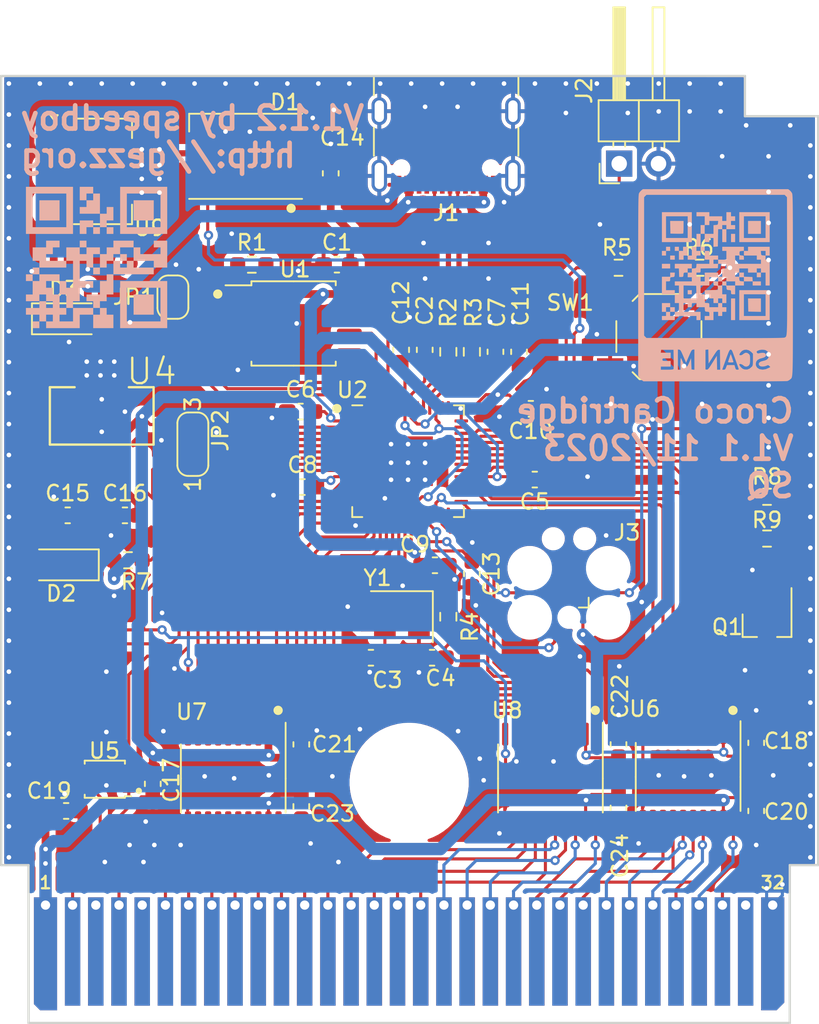
<source format=kicad_pcb>
(kicad_pcb (version 20221018) (generator pcbnew)
  (layers (0 "F.Cu" signal) (31 "B.Cu" signal) (34 "B.Paste" user) (35 "F.Paste" user) (36 "B.SilkS" user "B.Silkscreen") (37 "F.SilkS" user "F.Silkscreen") (38 "B.Mask" user) (39 "F.Mask" user) (44 "Edge.Cuts" user))
  (net 0 "")
  (net 1 "GND")
  (net 2 "+3V3")
  (net 3 "SWDIO")
  (net 4 "RST")
  (net 5 "SWCLK")
  (net 6 "Net-(Q1-G)")
  (net 7 "DEBUG_UART_TX")
  (net 8 "GB_RST")
  (net 9 "VCC")
  (net 10 "+5V")
  (net 11 "VBUS")
  (net 12 "QSPI_SS")
  (net 13 "QSPI_SD1")
  (net 14 "QSPI_SD2")
  (net 15 "QSPI_SD0")
  (net 16 "QSPI_SCLK")
  (net 17 "QSPI_SD3")
  (net 18 "DATA_BUS0")
  (net 19 "DATA_BUS1")
  (net 20 "DATA_BUS2")
  (net 21 "DATA_BUS3")
  (net 22 "DATA_BUS4")
  (net 23 "DATA_BUS5")
  (net 24 "DATA_BUS6")
  (net 25 "DATA_BUS7")
  (net 26 "GB_A0")
  (net 27 "GB_A1")
  (net 28 "GB_A2")
  (net 29 "GB_A3")
  (net 30 "GB_A4")
  (net 31 "GB_A5")
  (net 32 "GB_A6")
  (net 33 "GB_A7")
  (net 34 "GB_A8")
  (net 35 "GB_A9")
  (net 36 "GB_A10")
  (net 37 "GB_A11")
  (net 38 "GB_A12")
  (net 39 "GB_A13")
  (net 40 "GB_A14")
  (net 41 "GB_A15")
  (net 42 "GB_D0")
  (net 43 "GB_D1")
  (net 44 "GB_D2")
  (net 45 "GB_D3")
  (net 46 "GB_D4")
  (net 47 "GB_D5")
  (net 48 "GB_D6")
  (net 49 "GB_D7")
  (net 50 "ADDR_BUS8")
  (net 51 "ADDR_BUS9")
  (net 52 "ADDR_BUS10")
  (net 53 "ADDR_BUS11")
  (net 54 "ADDR_BUS12")
  (net 55 "ADDR_BUS13")
  (net 56 "ADDR_BUS14")
  (net 57 "ADDR_BUS7")
  (net 58 "ADDR_BUS0")
  (net 59 "ADDR_BUS1")
  (net 60 "ADDR_BUS2")
  (net 61 "ADDR_BUS3")
  (net 62 "ADDR_BUS4")
  (net 63 "ADDR_BUS5")
  (net 64 "ADDR_BUS6")
  (net 65 "+1V1")
  (net 66 "ADDR_BUS15")
  (net 67 "BUS_RST")
  (net 68 "BUS_CLK")
  (net 69 "BUS_RD")
  (net 70 "GB_CLK")
  (net 71 "GB_RD")
  (net 74 "Net-(U2-XIN)")
  (net 76 "Net-(C4-Pad2)")
  (net 79 "Net-(J2-Pin_1)")
  (net 81 "Net-(U2-USB_DP)")
  (net 82 "Net-(U2-USB_DM)")
  (net 83 "Net-(U2-XOUT)")
  (net 84 "POWER_GOOD")
  (net 89 "LED_DIN")
  (net 90 "USB_D-")
  (net 91 "USB_D+")
  (footprint "Connector_USB:USB_C_Receptacle_GCT_USB4105-xx-A_16P_TopMnt_Horizontal" (layer "F.Cu") (at 114.16 59.06 180)
    (fp_text reference "J1")
    (fp_text value "USB_C_Receptacle_USB2.0")
  )
  (footprint "Capacitor_SMD:C_0603_1608Metric_Pad1.08x0.95mm_HandSolder" (layer "F.Cu") (at 104.8766 82.2706)
    (fp_text reference "C8")
    (fp_text value "100nF")
  )
  (footprint "Jumper:SolderJumper-3_P1.3mm_Open_RoundedPad1.0x1.5mm_NumberLabels" (layer "F.Cu") (at 97.79 79.502 90)
    (fp_text reference "JP2")
    (fp_text value "SolderJumper_3_Open")
  )
  (footprint "Capacitor_SMD:C_0603_1608Metric_Pad1.08x0.95mm_HandSolder" (layer "F.Cu") (at 134.2 98.8 -90)
    (fp_text reference "C18")
    (fp_text value "100nF")
  )
  (footprint "Resistor_SMD:R_0603_1608Metric_Pad0.98x0.95mm_HandSolder" (layer "F.Cu") (at 115.824 73.533 90)
    (fp_text reference "R3")
    (fp_text value "27R")
  )
  (footprint "Resistor_SMD:R_0603_1608Metric_Pad0.98x0.95mm_HandSolder" (layer "F.Cu") (at 114.3 90.65 -90)
    (fp_text reference "R4")
    (fp_text value "1k")
  )
  (footprint "Package_TO_SOT_SMD:SOT-223-3_TabPin2" (layer "F.Cu") (at 91.948 61.874)
    (fp_text reference "U9")
    (fp_text value "AMS1117-3.3")
  )
  (footprint "Capacitor_SMD:C_0603_1608Metric_Pad1.08x0.95mm_HandSolder" (layer "F.Cu") (at 111.252 73.406 -90)
    (fp_text reference "C12")
    (fp_text value "100nF")
  )
  (footprint "Capacitor_SMD:C_0603_1608Metric_Pad1.08x0.95mm_HandSolder" (layer "F.Cu") (at 112.776 73.406 -90)
    (fp_text reference "C2")
    (fp_text value "100nF")
  )
  (footprint "Capacitor_SMD:C_0603_1608Metric_Pad1.08x0.95mm_HandSolder" (layer "F.Cu") (at 115.824 87.884 90)
    (fp_text reference "C13")
    (fp_text value "100nF")
  )
  (footprint "Misc:GameBoy_Cartridge_EdgeConnector" (layer "F.Cu") (at 111.791962 116.733715)
    (fp_text reference "U3" hide)
    (fp_text value "CartBus" hide)
  )
  (footprint "Capacitor_SMD:C_0603_1608Metric_Pad1.08x0.95mm_HandSolder" (layer "F.Cu") (at 119.888 81.788 180)
    (fp_text reference "C5")
    (fp_text value "100nF")
  )
  (footprint "Button_Switch_SMD:SW_SPST_TL3342" (layer "F.Cu") (at 127.91 72.55)
    (fp_text reference "SW1")
    (fp_text value "SW_Push")
  )
  (footprint "Resistor_SMD:R_0603_1608Metric_Pad0.98x0.95mm_HandSolder" (layer "F.Cu") (at 134.9 85.6 180)
    (fp_text reference "R9")
    (fp_text value "470k")
  )
  (footprint "SnapEDA:SOT230P700X180-6N" (layer "F.Cu") (at 91.9 77.6734 90)
    (fp_text reference "U4")
    (fp_text value "MCP1825T-3302E/DC")
  )
  (footprint "Capacitor_SMD:C_0603_1608Metric_Pad1.08x0.95mm_HandSolder" (layer "F.Cu") (at 109.3 93.3)
    (fp_text reference "C3")
    (fp_text value "15pF")
  )
  (footprint "Capacitor_SMD:C_0603_1608Metric_Pad1.08x0.95mm_HandSolder" (layer "F.Cu") (at 104.8 98.9 -90)
    (fp_text reference "C21")
    (fp_text value "100nF")
  )
  (footprint "Connector:Tag-Connect_TC2030-IDC-FP_2x03_P1.27mm_Vertical" (layer "F.Cu") (at 122.1 88.15 90)
    (fp_text reference "J3")
    (fp_text value "Conn_01x06")
  )
  (footprint "Fiducial:Fiducial_1mm_Mask2mm" (layer "F.Cu") (at 92.1 96.1)
    (fp_text reference "FID2" hide)
    (fp_text value "Fiducial")
  )
  (footprint "Capacitor_SMD:C_0603_1608Metric_Pad1.08x0.95mm_HandSolder" (layer "F.Cu") (at 113.25 93.3)
    (fp_text reference "C4")
    (fp_text value "15pF")
  )
  (footprint "Capacitor_SMD:C_0603_1608Metric_Pad1.08x0.95mm_HandSolder" (layer "F.Cu") (at 134.2 103.2 90)
    (fp_text reference "C20")
    (fp_text value "100nF")
  )
  (footprint "Capacitor_SMD:C_0603_1608Metric_Pad1.08x0.95mm_HandSolder" (layer "F.Cu") (at 95.2 101.45 90)
    (fp_text reference "C17")
    (fp_text value "100nF")
  )
  (footprint "Capacitor_SMD:C_0603_1608Metric_Pad1.08x0.95mm_HandSolder" (layer "F.Cu") (at 104.8 102.9 90)
    (fp_text reference "C23")
    (fp_text value "100nF")
  )
  (footprint "" (layer "F.Cu") (at 111.77 101.359673)
    (fp_text reference "" hide)
    (fp_text value "" hide)
  )
  (footprint "Package_DFN_QFN:QFN-56-1EP_7x7mm_P0.4mm_EP3.2x3.2mm" (layer "F.Cu") (at 111.7 80.6)
    (fp_text reference "U2")
    (fp_text value "RP2040")
  )
  (footprint "Capacitor_SMD:C_0603_1608Metric_Pad1.08x0.95mm_HandSolder" (layer "F.Cu") (at 104.7496 77.3938)
    (fp_text reference "C6")
    (fp_text value "100nF")
  )
  (footprint "Fiducial:Fiducial_1mm_Mask2mm" (layer "F.Cu") (at 93.726 67.818)
    (fp_text reference "FID1" hide)
    (fp_text value "Fiducial")
  )
  (footprint "Connector_PinHeader_2.54mm:PinHeader_1x02_P2.54mm_Horizontal" (layer "F.Cu") (at 125.345 61.375 90)
    (fp_text reference "J2")
    (fp_text value "DBG_UART")
  )
  (footprint "Crystal:Crystal_SMD_TXC_7M-4Pin_3.2x2.5mm" (layer "F.Cu") (at 111.3 90.65 180)
    (fp_text reference "Y1")
    (fp_text value "12MHz")
  )
  (footprint "Capacitor_SMD:C_0603_1608Metric_Pad1.08x0.95mm_HandSolder" (layer "F.Cu") (at 89.6 103.2 180)
    (fp_text reference "C19")
    (fp_text value "100nF")
  )
  (footprint "Capacitor_SMD:C_0603_1608Metric_Pad1.08x0.95mm_HandSolder" (layer "F.Cu") (at 113.4364 87.3252 180)
    (fp_text reference "C9")
    (fp_text value "100nF")
  )
  (footprint "Resistor_SMD:R_0603_1608Metric_Pad0.98x0.95mm_HandSolder" (layer "F.Cu") (at 134.9 82.9 180)
    (fp_text reference "R8")
    (fp_text value "1k")
  )
  (footprint "Resistor_SMD:R_0603_1608Metric_Pad0.98x0.95mm_HandSolder" (layer "F.Cu") (at 125.3 68.1)
    (fp_text reference "R5")
    (fp_text value "10R")
  )
  (footprint "LED_SMD:LED_WS2812B_PLCC4_5.0x5.0mm_P3.2mm" (layer "F.Cu") (at 101.2 60.9 180)
    (fp_text reference "D1")
    (fp_text value "WS2812B")
  )
  (footprint "Capacitor_SMD:C_0603_1608Metric_Pad1.08x0.95mm_HandSolder" (layer "F.Cu") (at 125.3 103 90)
    (fp_text reference "C24")
    (fp_text value "100nF")
  )
  (footprint "Capacitor_SMD:C_0603_1608Metric_Pad1.08x0.95mm_HandSolder" (layer "F.Cu") (at 119.634 77.216 180)
    (fp_text reference "C10")
    (fp_text value "100nF")
  )
  (footprint "Package_SO:TSSOP-20_4.4x6.5mm_P0.65mm" (layer "F.Cu") (at 120.9 101.1 -90)
    (fp_text reference "U8")
    (fp_text value "TXB0108PW")
  )
  (footprint "Jumper:SolderJumper-2_P1.3mm_Open_RoundedPad1.0x1.5mm" (layer "F.Cu") (at 96.5 70 90)
    (fp_text reference "JP1")
    (fp_text value "USB_BOOT_SEL")
  )
  (footprint "Resistor_SMD:R_0603_1608Metric_Pad0.98x0.95mm_HandSolder" (layer "F.Cu") (at 93.6 87 180)
    (fp_text reference "R7")
    (fp_text value "470k")
  )
  (footprint "Capacitor_SMD:C_0603_1608Metric_Pad1.08x0.95mm_HandSolder" (layer "F.Cu") (at 106.7 62 -90)
    (fp_text reference "C14")
    (fp_text value "100nF")
  )
  (footprint "Resistor_SMD:R_0603_1608Metric_Pad0.98x0.95mm_HandSolder" (layer "F.Cu") (at 114.3 73.533 90)
    (fp_text reference "R2")
    (fp_text value "27R")
  )
  (footprint "Capacitor_SMD:C_0603_1608Metric_Pad1.08x0.95mm_HandSolder" (layer "F.Cu") (at 107.1 67.9)
    (fp_text reference "C1")
    (fp_text value "100nF")
  )
  (footprint "Fiducial:Fiducial_1mm_Mask2mm" (layer "F.Cu") (at 131.5 64)
    (fp_text reference "FID3" hide)
    (fp_text value "Fiducial")
  )
  (footprint "Capacitor_SMD:C_0603_1608Metric_Pad1.08x0.95mm_HandSolder" (layer "F.Cu") (at 93.4 84.1)
    (fp_text reference "C16")
    (fp_text value "10uF")
  )
  (footprint "Capacitor_SMD:C_0603_1608Metric_Pad1.08x0.95mm_HandSolder" (layer "F.Cu") (at 125.3 98.9 -90)
    (fp_text reference "C22")
    (fp_text value "100nF")
  )
  (footprint "Package_SO:SOIC-8_5.23x5.23mm_P1.27mm" (layer "F.Cu") (at 104.3 71.7)
    (fp_text reference "U1")
    (fp_text value "W25Q128JVS")
  )
  (footprint "Resistor_SMD:R_0603_1608Metric_Pad0.98x0.95mm_HandSolder" (layer "F.Cu") (at 130.54 68.1)
    (fp_text reference "R6")
    (fp_text value "10k")
  )
  (footprint "Package_SO:TSSOP-20_4.4x6.5mm_P0.65mm" (layer "F.Cu") (at 100.4 101.1 -90)
    (fp_text reference "U7")
    (fp_text value "TXB0108PW")
  )
  (footprint "Package_SO:TSSOP-20_4.4x6.5mm_P0.65mm" (layer "F.Cu") (at 129.8 101 -90)
    (fp_text reference "U6")
    (fp_text value "TXB0108PW")
  )
  (footprint "Diode_SMD:D_SOD-123F" (layer "F.Cu") (at 89.6 71.4)
    (fp_text reference "D3")
    (fp_text value "D_Schottky")
  )
  (footprint "Capacitor_SMD:C_0603_1608Metric_Pad1.08x0.95mm_HandSolder" (layer "F.Cu") (at 89.7 84.1)
    (fp_text reference "C15")
    (fp_text value "4.7uF")
  )
  (footprint "Package_TO_SOT_SMD:SOT-23_Handsoldering" (layer "F.Cu") (at 134.9 91.2 -90)
    (fp_text reference "Q1")
    (fp_text value "CJ2302")
  )
  (footprint "Diode_SMD:D_SOD-123F" (layer "F.Cu") (at 89.5 87.3 180)
    (fp_text reference "D2")
    (fp_text value "D_Schottky")
  )
  (footprint "Resistor_SMD:R_0603_1608Metric_Pad0.98x0.95mm_HandSolder" (layer "F.Cu") (at 101.6 67.9)
    (fp_text reference "R1")
    (fp_text value "10k")
  )
  (footprint "Package_SO:VSSOP-8_2.4x2.1mm_P0.5mm" (layer "F.Cu") (at 92.1 101.15 180)
    (fp_text reference "U5")
    (fp_text value "TXB0102DCU")
  )
  (footprint "Capacitor_SMD:C_0603_1608Metric_Pad1.08x0.95mm_HandSolder" (layer "F.Cu") (at 118.872 73.533 -90)
    (fp_text reference "C11")
    (fp_text value "2.2uF")
  )
  (footprint "Capacitor_SMD:C_0603_1608Metric_Pad1.08x0.95mm_HandSolder" (layer "F.Cu") (at 117.348 73.533 -90)
    (fp_text reference "C7")
    (fp_text value "2.2uF")
  )
  (footprint "LOGO" (layer "B.Cu") (at 131.572 69.215 180)
    (fp_text reference "G***" hide)
    (fp_text value "LOGO" hide)
  )
  (footprint "LOGO" (layer "B.Cu") (at 91.567 67.437 180)
    (fp_text reference "G***" hide)
    (fp_text value "LOGO" hide)
  )
  (gr_circle (center 123.8 96.7) (end 124 96.7) (stroke (width 0.2)) (fill solid) (layer "F.SilkS"))
  (gr_circle (center 94.3 101.9) (end 94.4 101.9) (stroke (width 0.2)) (fill solid) (layer "F.SilkS"))
  (gr_circle (center 107.1 77.2) (end 107.3 77.2) (stroke (width 0.2)) (fill solid) (layer "F.SilkS"))
  (gr_circle (center 103.3 96.7) (end 103.5 96.7) (stroke (width 0.2)) (fill solid) (layer "F.SilkS"))
  (gr_circle (center 104.14 64.262) (end 104.34 64.262) (stroke (width 0.2)) (fill solid) (layer "F.SilkS"))
  (gr_circle (center 132.7 96.7) (end 132.9 96.7) (stroke (width 0.2)) (fill solid) (layer "F.SilkS"))
  (gr_circle (center 99.4 69.8) (end 99.6 69.8) (stroke (width 0.2)) (fill solid) (layer "F.SilkS"))
  (gr_line (start 136.37 106.7) (end 138.2 106.7) (stroke (width 0.15)) (layer "Edge.Cuts"))
  (gr_line (start 85.4 106.7) (end 85.4 55.709673) (stroke (width 0.15)) (layer "Edge.Cuts"))
  (gr_line (start 87.17 106.7) (end 85.4 106.7) (stroke (width 0.15)) (layer "Edge.Cuts"))
  (gr_line (start 85.4 55.709673) (end 133.47 55.709673) (stroke (width 0.15)) (layer "Edge.Cuts"))
  (gr_line (start 138.2 106.7) (end 138.2 58.309673) (stroke (width 0.15)) (layer "Edge.Cuts"))
  (gr_line (start 136.37 116.9) (end 136.37 106.7) (stroke (width 0.15)) (layer "Edge.Cuts"))
  (gr_line (start 87.17 116.9) (end 136.37 116.9) (stroke (width 0.15)) (layer "Edge.Cuts"))
  (gr_line (start 87.17 116.9) (end 87.17 106.7) (stroke (width 0.15)) (layer "Edge.Cuts"))
  (gr_line (start 138.2 58.309673) (end 133.47 58.309673) (stroke (width 0.15)) (layer "Edge.Cuts"))
  (gr_line (start 133.47 55.709673) (end 133.47 58.309673) (stroke (width 0.15)) (layer "Edge.Cuts"))
  (gr_text "V1.1.2 by speedboy\nhttp://gezz.org" (at 86.487 61.722) (layer "B.SilkS") (effects (font (size 1.5 1.5) (thickness 0.3) bold) (justify right bottom mirror)))
  (gr_text "Croco Cartridge\nV1.1 11/2023\nSQ" (at 136.779 83.058) (layer "B.SilkS") (effects (font (size 1.5 1.5) (thickness 0.3) bold) (justify left bottom mirror)))
  (segment (start 114.7064 87.7327) (end 114.2989 87.3252) (width 0.2) (layer "F.Cu") (net 1))
  (segment (start 110.55 88.65) (end 111.35 88.65) (width 0.2) (layer "F.Cu") (net 1))
  (segment (start 123.09855 86.876511) (end 124.5 85.475061) (width 0.2) (layer "F.Cu") (net 1))
  (segment (start 126.875 105.025) (end 126.6 105.3) (width 0.2) (layer "F.Cu") (net 1))
  (segment (start 133.95 87.633592) (end 133.953022 87.63057) (width 0.2) (layer "F.Cu") (net 1))
  (segment (start 106.2375 67.9) (end 105 67.9) (width 0.2) (layer "F.Cu") (net 1))
  (segment (start 114.7064 88.2396) (end 114.7064 87.7327) (width 0.2) (layer "F.Cu") (net 1))
  (segment (start 123.09855 86.88) (end 123.09855 86.876511) (width 0.2) (layer "F.Cu") (net 1))
  (segment (start 122.735 86.88) (end 123.09855 86.88) (width 0.2) (layer "F.Cu") (net 1))
  (segment (start 104.8 103.7625) (end 104.8 104.7) (width 0.2) (layer "F.Cu") (net 1))
  (segment (start 134.2 97.9375) (end 134.2 96.7) (width 0.2) (layer "F.Cu") (net 1))
  (segment (start 117.36 63.319002) (end 117.905474 63.864476) (width 0.4) (layer "F.Cu") (net 1))
  (segment (start 129.531472 74.45) (end 129.532265 74.450793) (width 0.4) (layer "F.Cu") (net 1))
  (segment (start 90.4625 103.0625) (end 89.5 102.1) (width 0.2) (layer "F.Cu") (net 1))
  (segment (start 98.75 59.25) (end 99.85 59.25) (width 0.4) (layer "F.Cu") (net 1))
  (segment (start 97.79 80.802) (end 98.903 80.802) (width 0.2) (layer "F.Cu") (net 1))
  (segment (start 125.3 103.8625) (end 125.3 105.3) (width 0.2) (layer "F.Cu") (net 1))
  (segment (start 133.95 87.627548) (end 133.95 85.6375) (width 0.2) (layer "F.Cu") (net 1))
  (segment (start 110.7 83.5) (end 110.2 83) (width 0.2) (layer "F.Cu") (net 1))
  (segment (start 112.4 93.2875) (end 112.3875 93.3) (width 0.2) (layer "F.Cu") (net 1))
  (segment (start 129.532265 74.450793) (end 129.533058 74.45) (width 0.4) (layer "F.Cu") (net 1))
  (segment (start 90.4625 103.2) (end 90.4625 103.0625) (width 0.2) (layer "F.Cu") (net 1))
  (segment (start 103.5 82.3) (end 103 82.8) (width 0.2) (layer "F.Cu") (net 1))
  (segment (start 110.96 63.157) (end 110.96 62.74) (width 0.4) (layer "F.Cu") (net 1))
  (segment (start 126.875 103.8625) (end 126.875 105.025) (width 0.2) (layer "F.Cu") (net 1))
  (segment (start 120.4965 77.216) (end 120.4965 76.0995) (width 0.2) (layer "F.Cu") (net 1))
  (segment (start 98.903 80.802) (end 99.314 80.391) (width 0.2) (layer "F.Cu") (net 1))
  (segment (start 124.5 85.475061) (end 124.5 85.4) (width 0.2) (layer "F.Cu") (net 1))
  (segment (start 95.2 102.3125) (end 95.2 103.428) (width 0.2) (layer "F.Cu") (net 1))
  (segment (start 92.5375 84.1) (end 92.5375 83.2375) (width 0.6) (layer "F.Cu") (net 1))
  (segment (start 104.8 98.0375) (end 105.7625 98.0375) (width 0.2) (layer "F.Cu") (net 1))
  (segment (start 96.5 69.35) (end 96.5 68.1) (width 0.2) (layer "F.Cu") (net 1))
  (segment (start 92.35 101.4) (end 92.2 101.55) (width 0.2) (layer "F.Cu") (net 1))
  (segment (start 100.7 73.605) (end 100.7 74.5) (width 0.2) (layer "F.Cu") (net 1))
  (segment (start 110.2 89) (end 110.55 88.65) (width 0.2) (layer "F.Cu") (net 1))
  (segment (start 120.4965 76.0995) (end 120.65 75.946) (width 0.2) (layer "F.Cu") (net 1))
  (segment (start 110.7 86.277) (end 110.7 84.0375) (width 0.2) (layer "F.Cu") (net 1))
  (segment (start 117.602 104.648) (end 117.975 104.275) (width 0.2) (layer "F.Cu") (net 1))
  (segment (start 133.953022 87.63057) (end 133.95 87.627548) (width 0.2) (layer "F.Cu") (net 1))
  (segment (start 91.821 74.168) (end 91.948 74.168) (width 0.6) (layer "F.Cu") (net 1))
  (segment (start 126.282275 74.45) (end 129.531472 74.45) (width 0.4) (layer "F.Cu") (net 1))
  (segment (start 93.65 101.4) (end 92.35 101.4) (width 0.2) (layer "F.Cu") (net 1))
  (segment (start 91.9 82.6) (end 91.9 80.8738) (width 0.6) (layer "F.Cu") (net 1))
  (segment (start 95.2 103.428) (end 94.742 103.886) (width 0.2) (layer "F.Cu") (net 1))
  (segment (start 110.363 63.754) (end 110.96 63.157) (width 0.4) (layer "F.Cu") (net 1))
  (segment (start 110.363 86.614) (end 110.7 86.277) (width 0.2) (layer "F.Cu") (net 1))
  (segment (start 88.8375 82.9375) (end 88.8 82.9) (width 0.4) (layer "F.Cu") (net 1))
  (segment (start 91.9 75.136) (end 91.9 76.6) (width 0.6) (layer "F.Cu") (net 1))
  (segment (start 112.3875 93.3) (end 112.3875 94.2375) (width 0.2) (layer "F.Cu") (net 1))
  (segment (start 92.5375 85.3625) (end 92.5 85.4) (width 0.6) (layer "F.Cu") (net 1))
  (segment (start 105.7625 98.0375) (end 105.8 98) (width 0.2) (layer "F.Cu") (net 1))
  (segment (start 91.821 75.057) (end 91.9 75.136) (width 0.6) (layer "F.Cu") (net 1))
  (segment (start 133.95 89.7) (end 133.95 87.633592) (width 0.2) (layer "F.Cu") (net 1))
  (segment (start 134.2 104.0625) (end 134.2 105.4) (width 0.2) (layer "F.Cu") (net 1))
  (segment (start 97.475 104.925) (end 97 105.4) (width 0.2) (layer "F.Cu") (net 1))
  (segment (start 97.475 103.9625) (end 97.475 104.925) (width 0.2) (layer "F.Cu") (net 1))
  (segment (start 117.975 104.275) (end 117.975 103.9625) (width 0.2) (layer "F.Cu") (net 1))
  (segment (start 92.5375 84.1) (end 92.5375 85.3625) (width 0.6) (layer "F.Cu") (net 1))
  (segment (start 91.9 76.6) (end 91.9 80.8738) (width 0.6) (layer "F.Cu") (net 1))
  (segment (start 110.2 89.8) (end 110.2 89) (width 0.2) (layer "F.Cu") (net 1))
  (segment (start 105 67.9) (end 104.6 68.3) (width 0.2) (layer "F.Cu") (net 1))
  (segment (start 112.3875 94.2375) (end 112.4 94.25) (width 0.2) (layer "F.Cu") (net 1))
  (segment (start 125.3 98.0375) (end 125.3 97) (width 0.2) (layer "F.Cu") (net 1))
  (segment (start 106.7 61.1375) (end 106.7 60.1) (width 0.4) (layer "F.Cu") (net 1))
  (segment (start 91.9 74.978) (end 91.821 75.057) (width 0.6) (layer "F.Cu") (net 1))
  (segment (start 99.85 59.25) (end 99.9 59.3) (width 0.4) (layer "F.Cu") (net 1))
  (segment (start 88.8375 84.1) (end 88.8375 82.9375) (width 0.4) (layer "F.Cu") (net 1))
  (segment (start 126.269401 74.45) (end 126.275838 74.456437) (width 0.4) (layer "F.Cu") (net 1))
  (segment (start 117.36 62.74) (end 117.36 63.319002) (width 0.4) (layer "F.Cu") (net 1))
  (segment (start 100.7 74.5) (end 100.7 74.7) (width 0.2) (layer "F.Cu") (net 1))
  (segment (start 124.76 74.45) (end 126.269401 74.45) (width 0.4) (layer "F.Cu") (net 1))
  (segment (start 92.5375 83.2375) (end 91.9 82.6) (width 0.6) (layer "F.Cu") (net 1))
  (segment (start 99.314 80.391) (end 99.314 78.74) (width 0.2) (layer "F.Cu") (net 1))
  (segment (start 104.8 104.7) (end 105.4 105.3) (width 0.2) (layer "F.Cu") (net 1))
  (segment (start 91.9 74.6) (end 91.821 74.168) (width 0.6) (layer "F.Cu") (net 1))
  (segment (start 112.4 91.5) (end 112.4 93.2875) (width 0.2) (layer "F.Cu") (net 1))
  (segment (start 110.7 84.0375) (end 110.7 83.5) (width 0.2) (layer "F.Cu") (net 1))
  (segment (start 129.533058 74.45) (end 131.06 74.45) (width 0.4) (layer "F.Cu") (net 1))
  (segment (start 104.0325 82.3) (end 103.5 82.3) (width 0.2) (layer "F.Cu") (net 1))
  (segment (start 96.5 68.1) (end 96.7 67.9) (width 0.2) (layer "F.Cu") (net 1))
  (segment (start 126.275838 74.456437) (end 126.282275 74.45) (width 0.4) (layer "F.Cu") (net 1))
  (segment (start 91.948 74.168) (end 91.9 74.978) (width 0.6) (layer "F.Cu") (net 1))
  (segment (start 108.458 94.234) (end 108.4375 94.2135) (width 0.2) (layer "F.Cu") (net 1))
  (via (at 124.5 85.4) (size 0.6) (drill 0.3) (layers "F.Cu" "B.Cu") (net 1))
  (via (at 124.1 65.3) (size 0.6) (drill 0.3) (layers "F.Cu" "B.Cu") (net 1))
  (via (at 137.7 104.2) (size 0.6) (drill 0.3) (layers "F.Cu" "B.Cu") (net 1))
  (via (at 112.8 79.5) (size 0.6) (drill 0.3) (layers "F.Cu" "B.Cu") (net 1))
  (via (at 85.9 76.2) (size 0.6) (drill 0.3) (layers "F.Cu" "B.Cu") (net 1))
  (via (at 114.7064 88.2396) (size 0.6) (drill 0.3) (layers "F.Cu" "B.Cu") (net 1))
  (via (at 127.9 56.2) (size 0.6) (drill 0.3) (layers "F.Cu" "B.Cu") (net 1))
  (via (at 105.4 105.3) (size 0.6) (drill 0.3) (layers "F.Cu" "B.Cu") (net 1))
  (via (at 85.9 94.2) (size 0.6) (drill 0.3) (layers "F.Cu" "B.Cu") (net 1))
  (via (at 85.9 100.2) (size 0.6) (drill 0.3) (layers "F.Cu" "B.Cu") (net 1))
  (via (at 135 67.6) (size 0.6) (drill 0.3) (layers "F.Cu" "B.Cu") (net 1))
  (via (at 137.7 106.2) (size 0.6) (drill 0.3) (layers "F.Cu" "B.Cu") (net 1))
  (via (at 133.953022 87.63057) (size 0.6) (drill 0.3) (layers "F.Cu" "B.Cu") (net 1))
  (via (at 106.807 100.965) (size 0.6) (drill 0.3) (layers "F.Cu" "B.Cu") (net 1))
  (via (at 108.585 97.917) (size 0.6) (drill 0.3) (layers "F.Cu" "B.Cu") (net 1))
  (via (at 85.9 92.2) (size 0.6) (drill 0.3) (layers "F.Cu" "B.Cu") (net 1))
  (via (at 118.5 71.6) (size 0.6) (drill 0.3) (layers "F.Cu" "B.Cu") (net 1))
  (via (at 92.71 75.057) (size 0.6) (drill 0.3) (layers "F.Cu" "B.Cu") (net 1))
  (via (at 95.885 98.044) (size 0.6) (drill 0.3) (layers "F.Cu" "B.Cu") (net 1))
  (via (at 121.9 56.2) (size 0.6) (drill 0.3) (layers "F.Cu" "B.Cu") (net 1))
  (via (at 110.2 83) (size 0.6) (drill 0.3) (layers "F.Cu" "B.Cu") (net 1))
  (via (at 108.3056 84.7598) (size 0.6) (drill 0.3) (layers "F.Cu" "B.Cu") (net 1))
  (via (at 116.586 101.219) (size 0.6) (drill 0.3) (layers "F.Cu" "B.Cu") (net 1))
  (via (at 99.314 78.74) (size 0.6) (drill 0.3) (layers "F.Cu" "B.Cu") (net 1))
  (via (at 85.9 62.2) (size 0.6) (drill 0.3) (layers "F.Cu" "B.Cu") (net 1))
  (via (at 90.932 74.168) (size 0.6) (drill 0.3) (layers "F.Cu" "B.Cu") (net 1))
  (via (at 135 60.9) (size 0.6) (drill 0.3) (layers "F.Cu" "B.Cu") (net 1))
  (via (at 116.9 66.5) (size 0.6) (drill 0.3) (layers "F.Cu" "B.Cu") (net 1))
  (via (at 85.9 102.2) (size 0.6) (drill 0.3) (layers "F.Cu" "B.Cu") (net 1))
  (via (at 85.9 78.2) (size 0.6) (drill 0.3) (layers "F.Cu" "B.Cu") (net 1))
  (via (at 98.171 68.199) (size 0.6) (drill 0.3) (layers "F.Cu" "B.Cu") (net 1))
  (via (at 85.9 66.2) (size 0.6) (drill 0.3) (layers "F.Cu" "B.Cu") (net 1))
  (via (at 129.54 100.965) (size 0.6) (drill 0.3) (layers "F.Cu" "B.Cu") (net 1))
  (via (at 85.9 68.2) (size 0.6) (drill 0.3) (layers "F.Cu" "B.Cu") (net 1))
  (via (at 130.7 76.9) (size 0.6) (drill 0.3) (layers "F.Cu" "B.Cu") (net 1))
  (via (at 91.9 56.2) (size 0.6) (drill 0.3) (layers "F.Cu" "B.Cu") (net 1))
  (via (at 85.9 64.2) (size 0.6) (drill 0.3) (layers "F.Cu" "B.Cu") (net 1))
  (via (at 134.2 96.7) (size 0.6) (drill 0.3) (layers "F.Cu" "B.Cu") (net 1))
  (via (at 137.7 70.2) (size 0.6) (drill 0.3) (layers "F.Cu" "B.Cu") (net 1))
  (via (at 121.9 58.1) (size 0.6) (drill 0.3) (layers "F.Cu" "B.Cu") (net 1))
  (via (at 134.2 105.4) (size 0.6) (drill 0.3) (layers "F.Cu" "B.Cu") (net 1))
  (via (at 125.9 56.2) (size 0.6) (drill 0.3) (layers "F.Cu" "B.Cu") (net 1))
  (via (at 96.6 94) (size 0.6) (drill 0.3) (layers "F.Cu" "B.Cu") (net 1))
  (via (at 137.7 86.2) (size 0.6) (drill 0.3) (layers "F.Cu" "B.Cu") (net 1))
  (via (at 117.602 104.648) (size 0.6) (drill 0.3) (layers "F.Cu" "B.Cu") (net 1))
  (via (at 96.7 67.9) (size 0.6) (drill 0.3) (layers "F.Cu" "B.Cu") (net 1))
  (via (at 105.8 98) (size 0.6) (drill 0.3) (layers "F.Cu" "B.Cu") (net 1))
  (via (at 111.8 71.3) (size 0.6) (drill 0.3) (layers "F.Cu" "B.Cu") (net 1))
  (via (at 120.65 75.946) (size 0.6) (drill 0.3) (layers "F.Cu" "B.Cu") (net 1))
  (via (at 129.9 58) (size 0.6) (drill 0.3) (layers "F.Cu" "B.Cu") (net 1))
  (via (at 111.7 80.7) (size 0.6) (drill 0.3) (layers "F.Cu" "B.Cu") (net 1))
  (via (at 119.9 56.2) (size 0.6) (drill 0.3) (layers "F.Cu" "B.Cu") (net 1))
  (via (at 101.473 59.309) (size 0.6) (drill 0.3) (layers "F.Cu" "B.Cu") (net 1))
  (via (at 126.6 105.3) (size 0.6) (drill 0.3) (layers "F.Cu" "B.Cu") (net 1))
  (via (at 137.7 84.2) (size 0.6) (drill 0.3) (layers "F.Cu" "B.Cu") (net 1))
  (via (at 98.552 100.965) (size 0.6) (drill 0.3) (layers "F.Cu" "B.Cu") (net 1))
  (via (at 137.7 60.2) (size 0.6) (drill 0.3) (layers "F.Cu" "B.Cu") (net 1))
  (via (at 135.89 107.95) (size 0.6) (drill 0.3) (layers "F.Cu" "B.Cu") (net 1))
  (via (at 92.1 106.5) (size 0.6) (drill 0.3) (layers "F.Cu" "B.Cu") (net 1))
  (via (at 114.935 98.044) (size 0.6) (drill 0.3) (layers "F.Cu" "B.Cu") (net 1))
  (via (at 107.8 90) (size 0.6) (drill 0.3) (layers "F.Cu" "B.Cu") (net 1))
  (via (at 137.7 72.2) (size 0.6) (drill 0.3) (layers "F.Cu" "B.Cu") (net 1))
  (via (at 132 60.9) (size 0.6) (drill 0.3) (layers "F.Cu" "B.Cu") (net 1))
  (via (at 125.3 105.3) (size 0.6) (drill 0.3) (layers "F.Cu" "B.Cu") (net 1))
  (via (at 137.7 76.2) (size 0.6) (drill 0.3) (layers "F.Cu" "B.Cu") (net 1))
  (via (at 93.4 77.4) (size 0.6) (drill 0.3) (layers "F.Cu" "B.Cu") (net 1))
  (via (at 116.332 99.822) (size 0.6) (drill 0.3) (layers "F.Cu" "B.Cu") (net 1))
  (via (at 127.9 100.9) (size 0.6) (drill 0.3) (layers "F.Cu" "B.Cu") (net 1))
  (via (at 122.809 93.218) (size 0.6) (drill 0.3) (layers "F.Cu" "B.Cu") (net 1))
  (via (at 93.726 71.628) (size 0.6) (drill 0.3) (layers "F.Cu" "B.Cu") (net 1))
  (via (at 135 79.7) (size 0.6) (drill 0.3) (layers "F.Cu" "B.Cu") (net 1))
  (via (at 87.376 68.326) (size 0.6) (drill 0.3) (layers "F.Cu" "B.Cu") (net 1))
  (via (at 137.7 68.2) (size 0.6) (drill 0.3) (layers "F.Cu" "B.Cu") (net 1))
  (via (at 135 69.7) (size 0.6) (drill 0.3) (layers "F.Cu" "B.Cu") (net 1))
  (via (at 85.9 56.2) (size 0.6) (drill 0.3) (layers "F.Cu" "B.Cu") (net 1))
  (via (at 94.6 106.5) (size 0.6) (drill 0.3) (layers "F.Cu" "B.Cu") (net 1))
  (via (at 85.9 70.2) (size 0.6) (drill 0.3) (layers "F.Cu" "B.Cu") (net 1))
  (via (at 137.7 100.2) (size 0.6) (drill 0.3) (layers "F.Cu" "B.Cu") (net 1))
  (via (at 114.9 57.7) (size 0.6) (drill 0.3) (layers "F.Cu" "B.Cu") (net 1))
  (via (at 137.7 98.2) (size 0.6) (drill 0.3) (layers "F.Cu" "B.Cu") (net 1))
  (via (at 123.9 72.4) (size 0.6) (drill 0.3) (layers "F.Cu" "B.Cu") (net 1))
  (via (at 111.9 56.2) (size 0.6) (drill 0.3) (layers "F.Cu" "B.Cu") (net 1))
  (via (at 91.821 75.057) (size 0.6) (drill 0.3) (layers "F.Cu" "B.Cu") (net 1))
  (via (at 109.9 56.2) (size 0.6) (drill 0.3) (layers "F.Cu" "B.Cu") (net 1))
  (via (at 112.8 57.7) (size 0.6) (drill 0.3) (layers "F.Cu" "B.Cu") (net 1))
  (via (at 91.9 76.6) (size 0.6) (drill 0.3) (layers "F.Cu" "B.Cu") (net 1))
  (via (at 137.7 94.2) (size 0.6) (drill 0.3) (layers "F.Cu" "B.Cu") (net 1))
  (via (at 85.9 90.2) (size 0.6) (drill 0.3) (layers "F.Cu" "B.Cu") (net 1))
  (via (at 89.9 56.2) (size 0.6) (drill 0.3) (layers "F.Cu" "B.Cu") (net 1))
  (via (at 118.7 100) (size 0.6) (drill 0.3) (layers "F.Cu" "B.Cu") (net 1))
  (via (at 134.874 108.204) (size 0.6) (drill 0.3) (layers "F.Cu" "B.Cu") (net 1))
  (via (at 112.8 68.8) (size 0.6) (drill 0.3) (layers "F.Cu" "B.Cu") (net 1))
  (via (at 123.3 81.6) (size 0.6) (drill 0.3) (layers "F.Cu" "B.Cu") (net 1))
  (via (at 129.9 65.3) (size 0.6) (drill 0.3) (layers "F.Cu" "B.Cu") (net 1))
  (via (at 135 77.8) (size 0.6) (drill 0.3) (layers "F.Cu" "B.Cu") (net 1))
  (via (at 103 82.8) (size 0.6) (drill 0.3) (layers "F.Cu" "B.Cu") (net 1))
  (via (at 92.2 101.55) (size 0.6) (drill 0.3) (layers "F.Cu" "B.Cu") (net 1))
  (via (at 115.9 56.2) (size 0.6) (drill 0.3) (layers "F.Cu" "B.Cu") (net 1))
  (via (at 85.9 74.2) (size 0.6) (drill 0.3) (layers "F.Cu" "B.Cu") (net 1))
  (via (at 137.7 78.2) (size 0.6) (drill 0.3) (layers "F.Cu" "B.Cu") (net 1))
  (via (at 85.9 104.2) (size 0.6) (drill 0.3) (layers "F.Cu" "B.Cu") (net 1))
  (via (at 113.9 56.2) (size 0.6) (drill 0.3) (layers "F.Cu" "B.Cu") (net 1))
  (via (at 104.6 68.3) (size 0.6) (drill 0.3) (layers "F.Cu" "B.Cu") (net 1))
  (via (at 95.8 90.4) (size 0.6) (drill 0.3) (layers "F.Cu" "B.Cu") (net 1))
  (via (at 126.8 89.7) (size 0.6) (drill 0.3) (layers "F.Cu" "B.Cu") (net 1))
  (via (at 99.9 59.3) (size 0.6) (drill 0.3) (layers "F.Cu" "B.Cu") (net 1))
  (via (at 111.35 88.65) (size 0.6) (drill 0.3) (layers "F.Cu" "B.Cu") (net 1))
  (via (at 115.8494 85.852) (size 0.6) (drill 0.3) (layers "F.Cu" "B.Cu") (net 1))
  (via (at 137.7 66.2) (size 0.6) (drill 0.3) (layers "F.Cu" "B.Cu") (net 1))
  (via (at 105.9 56.2) (size 0.6) (drill 0.3) (layers "F.Cu" "B.Cu") (net 1))
  (via (at 124.8 76.9) (size 0.6) (drill 0.3) (layers "F.Cu" "B.Cu") (net 1))
  (via (at 85.9 86.2) (size 0.6) (drill 0.3) (layers "F.Cu" "B.Cu") (net 1))
  (via (at 107.9 56.2) (size 0.6) (drill 0.3) (layers "F.Cu" "B.Cu") (net 1))
  (via (at 129.532265 74.450793) (size 0.6) (drill 0.3) (layers "F.Cu" "B.Cu") (net 1))
  (via (at 135 75.7) (size 0.6) (drill 0.3) (layers "F.Cu" "B.Cu") (net 1))
  (via (at 137.7 88.2) (size 0.6) (drill 0.3) (layers "F.Cu" "B.Cu") (net 1))
  (via (at 127.9 58) (size 0.6) (drill 0.3) (layers "F.Cu" "B.Cu") (net 1))
  (via (at 111.7 79.5) (size 0.6) (drill 0.3) (layers "F.Cu" "B.Cu") (net 1))
  (via (at 117.602 77.724) (size 0.6) (drill 0.3) (layers "F.Cu" "B.Cu") (net 1))
  (via (at 137.7 74.2) (size 0.6) (drill 0.3) (layers "F.Cu" "B.Cu") (net 1))
  (via (at 112.7 66.5) (size 0.6) (drill 0.3) (layers "F.Cu" "B.Cu") (net 1))
  (via (at 101.9 56.2) (size 0.6) (drill 0.3) (layers "F.Cu" "B.Cu") (net 1))
  (via (at 94.742 103.886) (size 0.6) (drill 0.3) (layers "F.Cu" "B.Cu") (net 1))
  (via (at 129.9 56.2) (size 0.6) (drill 0.3) (layers "F.Cu" "B.Cu") (net 1))
  (via (at 106.9 57.9) (size 0.6) (drill 0.3) (layers "F.Cu" "B.Cu") (net 1))
  (via (at 92.2 94.2) (size 0.6) (drill 0.3) (layers "F.Cu" "B.Cu") (net 1))
  (via (at 137.7 90.2) (size 0.6) (drill 0.3) (layers "F.Cu" "B.Cu") (net 1))
  (via (at 112.4 94.25) (size 0.6) (drill 0.3) (layers "F.Cu" "B.Cu") (net 1))
  (via (at 110.363 63.754) (size 0.6) (drill 0.3) (layers "F.Cu" "B.Cu") (net 1))
  (via (at 117.9 56.2) (size 0.6) (drill 0.3) (layers "F.Cu" "B.Cu") (net 1))
  (via (at 112.8 81.8) (size 0.6) (drill 0.3) (layers "F.Cu" "B.Cu") (net 1))
  (via (at 85.9 60.2) (size 0.6) (drill 0.3) (layers "F.Cu" "B.Cu") (net 1))
  (via (at 137.7 82.2) (size 0.6) (drill 0.3) (layers "F.Cu" "B.Cu") (net 1))
  (via (at 121.1 100) (size 0.6) (drill 0.3) (layers "F.Cu" "B.Cu") (net 1))
  (via (at 91 68.2) (size 0.6) (drill 0.3) (layers "F.Cu" "B.Cu") (net 1))
  (via (at 107.2 106.5) (size 0.6) (drill 0.3) (layers "F.Cu" "B.Cu") (net 1))
  (via (at 85.9 82.2) (size 0.6) (drill 0.3) (layers "F.Cu" "B.Cu") (net 1))
  (via (at 89.5 102.1) (size 0.6) (drill 0.3) (layers "F.Cu" "B.Cu") (net 1))
  (via (at 99.9 56.2) (size 0.6) (drill 0.3) (layers "F.Cu" "B.Cu") (net 1))
  (via (at 117.905474 63.864476) (size 0.6) (drill 0.3) (layers "F.Cu" "B.Cu") (net 1))
  (via (at 91.9 78.7) (size 0.6) (drill 0.3) (layers "F.Cu" "B.Cu") (net 1))
  (via (at 92.7 89.3) (size 0.6) (drill 0.3) (layers "F.Cu" "B.Cu") (net 1))
  (via (at 136.4 58.9) (size 0.6) (drill 0.3) (layers "F.Cu" "B.Cu") (net 1))
  (via (at 100.3 65.9) (size 0.6) (drill 0.3) (layers "F.Cu" "B.Cu") (net 1))
  (via (at 106.7 60.1) (size 0.6) (drill 0.3) (layers "F.Cu" "B.Cu") (net 1))
  (via (at 85.9 96.2) (size 0.6) (drill 0.3) (layers "F.Cu" "B.Cu") (net 1))
  (via (at 97.9 56.2) (size 0.6) (drill 0.3) (layers "F.Cu" "B.Cu") (net 1))
  (via (at 92.2 98.1) (size 0.6) (drill 0.3) (layers "F.Cu" "B.Cu") (net 1))
  (via (at 85.9 80.2) (size 0.6) (drill 0.3) (layers "F.Cu" "B.Cu") (net 1))
  (via (at 116.9 68.8) (size 0.6) (drill 0.3) (layers "F.Cu" "B.Cu") (net 1))
  (via (at 100.457 101.092) (size 0.6) (drill 0.3) (layers "F.Cu" "B.Cu") (net 1))
  (via (at 95.3 105.4) (size 0.6) (drill 0.3) (layers "F.Cu" "B.Cu") (net 1))
  (via (at 85.9 98.2) (size 0.6) (drill 0.3) (layers "F.Cu" "B.Cu") (net 1))
  (via (at 135 63.2) (size 0.6) (drill 0.3) (layers "F.Cu" "B.Cu") (net 1))
  (via (at 103.9 56.2) (size 0.6) (drill 0.3) (layers "F.Cu" "B.Cu") (net 1))
  (via (at 90.932 75.057) (size 0.6) (drill 0.3) (layers "F.Cu" "B.Cu") (net 1))
  (via (at 137.7 96.2) (size 0.6) (drill 0.3) (layers "F.Cu" "B.Cu") (net 1))
  (via (at 137.7 62.2) (size 0.6) (drill 0.3) (layers "F.Cu" "B.Cu") (net 1))
  (via (at 111.7 81.8) (size 0.6) (drill 0.3) (layers "F.Cu" "B.Cu") (net 1))
  (via (at 92.5 85.4) (size 0.6) (drill 0.3) (layers "F.Cu" "B.Cu") (net 1))
  (via (at 93.7 105.4) (size 0.6) (drill 0.3) (layers "F.Cu" "B.Cu") (net 1))
  (via (at 85.9 106.2) (size 0.6) (drill 0.3) (layers "F.Cu" "B.Cu") (net 1))
  (via (at 100.7 74.7) (size 0.6) (drill 0.3) (layers "F.Cu" "B.Cu") (net 1))
  (via (at 109.22 94.234) (size 0.6) (drill 0.3) (layers "F.Cu" "B.Cu") (net 1))
  (via (at 91.821 74.168) (size 0.6) (drill 0.3) (layers "F.Cu" "B.Cu") (net 1))
  (via (at 123.9 56.2) (size 0.6) (drill 0.3) (layers "F.Cu" "B.Cu") (net 1))
  (via (at 110.6 81.8) (size 0.6) (drill 0.3) (layers "F.Cu" "B.Cu") (net 1))
  (via (at 110.6 79.5) (size 0.6) (drill 0.3) (layers "F.Cu" "B.Cu") (net 1))
  (via (at 135 65.2) (size 0.6) (drill 0.3) (layers "F.Cu" "B.Cu") (net 1))
  (via (at 102.7 100.9) (size 0.6) (drill 0.3) (layers "F.Cu" "B.Cu") (net 1))
  (via (at 135 71.7) (size 0.6) (drill 0.3) (layers "F.Cu" "B.Cu") (net 1))
  (via (at 97 105.4) (size 0.6) (drill 0.3) (layers "F.Cu" "B.Cu") (net 1))
  (via (at 85.9 58.2) (size 0.6) (drill 0.3) (layers "F.Cu" "B.Cu") (net 1))
  (via (at 93.9 56.2) (size 0.6) (drill 0.3) (layers "F.Cu" "B.Cu") (net 1))
  (via (at 95.9 56.2) (size 0.6) (drill 0.3) (layers "F.Cu" "B.Cu") (net 1))
  (via (at 95.758 79.248) (size 0.6) (drill 0.3) (layers "F.Cu" "B.Cu") (net 1))
  (via (at 135.3 100.9) (size 0.6) (drill 0.3) (layers "F.Cu" "B.Cu") (net 1))
  (via (at 85.9 84.2) (size 0.6) (drill 0.3) (layers "F.Cu" "B.Cu") (net 1))
  (via (at 131.9 56.2) (size 0.6) (drill 0.3) (layers "F.Cu" "B.Cu") (net 1))
  (via (at 137.7 80.2) (size 0.6) (drill 0.3) (layers "F.Cu" "B.Cu") (net 1))
  (via (at 133.55 58.9) (size 0.6) (drill 0.3) (layers "F.Cu" "B.Cu") (net 1))
  (via (at 85.9 72.2) (size 0.6) (drill 0.3) (layers "F.Cu" "B.Cu") (net 1))
  (via (at 137.7 92.2) (size 0.6) (drill 0.3) (layers "F.Cu" "B.Cu") (net 1))
  (via (at 126.275838 74.456437) (size 0.6) (drill 0.3) (layers "F.Cu" "B.Cu") (net 1))
  (via (at 88.8 82.9) (size 0.6) (drill 0.3) (layers "F.Cu" "B.Cu") (net 1))
  (via (at 110.6 80.7) (size 0.6) (drill 0.3) (layers "F.Cu" "B.Cu") (net 1))
  (via (at 131.3 100.9) (size 0.6) (drill 0.3) (layers "F.Cu" "B.Cu") (net 1))
  (via (at 131.9 58) (size 0.6) (drill 0.3) (layers "F.Cu" "B.Cu") (net 1))
  (via (at 133.477 94.107) (size 0.6) (drill 0.3) (layers "F.Cu" "B.Cu") (net 1))
  (via (at 125.349 93.853) (size 0.6) (drill 0.3) (layers "F.Cu" "B.Cu") (net 1))
  (via (at 117 71.6) (size 0.6) (drill 0.3) (layers "F.Cu" "B.Cu") (net 1))
  (via (at 112.8 80.7) (size 0.6) (drill 0.3) (layers "F.Cu" "B.Cu") (net 1))
  (via (at 104.5 71.7) (size 0.6) (drill 0.3) (layers "F.Cu" "B.Cu") (net 1))
  (via (at 102.9 77.8) (size 0.6) (drill 0.3) (layers "F.Cu" "B.Cu") (net 1))
  (via (at 92.71 74.168) (size 0.6) (drill 0.3) (layers "F.Cu" "B.Cu") (net 1))
  (via (at 87.9 56.2) (size 0.6) (drill 0.3) (layers "F.Cu" "B.Cu") (net 1))
  (via (at 127.5 77.9) (size 0.6) (drill 0.3) (layers "F.Cu" "B.Cu") (net 1))
  (via (at 125.9 58.1) (size 0.6) (drill 0.3) (layers "F.Cu" "B.Cu") (net 1))
  (via (at 116.078 89.916) (size 0.6) (drill 0.3) (layers "F.Cu" "B.Cu") (net 1))
  (via (at 137.7 102.2) (size 0.6) (drill 0.3) (layers "F.Cu" "B.Cu") (net 1))
  (via (at 137.7 64.2) (size 0.6) (drill 0.3) (layers "F.Cu" "B.Cu") (net 1))
  (via (at 89.789 72.898) (size 0.6) (drill 0.3) (layers "F.Cu" "B.Cu") (net 1))
  (via (at 105.537 58.42) (size 0.6) (drill 0.3) (layers "F.Cu" "B.Cu") (net 1))
  (via (at 85.9 88.2) (size 0.6) (drill 0.3) (layers "F.Cu" "B.Cu") (net 1))
  (via (at 135 73.7) (size 0.6) (drill 0.3) (layers "F.Cu" "B.Cu") (net 1))
  (via (at 125.3 97) (size 0.6) (drill 0.3) (layers "F.Cu" "B.Cu") (net 1))
  (segment (start 134.874 108.890753) (end 135.266962 109.283715) (width 0.2) (layer "B.Cu") (net 1))
  (segment (start 135.89 107.95) (end 135.89 108.660677) (width 0.2) (layer "B.Cu") (net 1))
  (segment (start 135.89 108.660677) (end 135.266962 109.283715) (width 0.2) (layer "B.Cu") (net 1))
  (segment (start 134.874 108.204) (end 134.874 108.890753) (width 0.2) (layer "B.Cu") (net 1))
  (segment (start 106.7 64.5) (end 106.7 62.8625) (width 0.5) (layer "F.Cu") (net 2))
  (segment (start 94.2625 83.3625) (end 93.17 82.27) (width 0.5) (layer "F.Cu") (net 2))
  (segment (start 106.9 78) (end 106.7 77.8) (width 0.2) (layer "F.Cu") (net 2))
  (segment (start 94.5625 100.5875) (end 95.2 100.5875) (width 0.2) (layer "F.Cu") (net 2))
  (segment (start 106.255351 81.844649) (end 106.700849 81.844649) (width 0.2) (layer "F.Cu") (net 2))
  (segment (start 112.776 75.424) (end 112.776 74.2685) (width 0.2) (layer "F.Cu") (net 2))
  (segment (start 102.108 60.706) (end 103.65 62.248) (width 0.4) (layer "F.Cu") (net 2))
  (segment (start 95.2 100.5875) (end 95.2 99.45) (width 0.5) (layer "F.Cu") (net 2))
  (segment (start 111.9 76.3) (end 112.776 75.424) (width 0.2) (layer "F.Cu") (net 2))
  (segment (start 92.6875 88.1875) (end 92.7 88.2) (width 0.5) (layer "F.Cu") (net 2))
  (segment (start 107.9625 67.9) (end 107.9625 65.7625) (width 0.5) (layer "F.Cu") (net 2))
  (segment (start 112.141 86.191) (end 112.141 86.487) (width 0.2) (layer "F.Cu") (net 2))
  (segment (start 112.3 78.2) (end 112.8 78.2) (width 0.2) (layer "F.Cu") (net 2))
  (segment (start 111.9 84.0375) (end 111.9 85.95) (width 0.2) (layer "F.Cu") (net 2))
  (segment (start 132.075 99.375) (end 132.1 99.4) (width 0.5) (layer "F.Cu") (net 2))
  (segment (start 103.65 62.248) (end 103.65 62.55) (width 0.4) (layer "F.Cu") (net 2))
  (segment (start 107.9 69.795) (end 107.9 67.9625) (width 0.5) (layer "F.Cu") (net 2))
  (segment (start 105.45 62.55) (end 105.7625 62.8625) (width 0.5) (layer "F.Cu") (net 2))
  (segment (start 113.9 77.1625) (end 114.3 77.1625) (width 0.2) (layer "F.Cu") (net 2))
  (segment (start 106.945498 81.6) (end 108.2625 81.6) (width 0.2) (layer "F.Cu") (net 2))
  (segment (start 103.2 69.8) (end 106.2 69.8) (width 0.5) (layer "F.Cu") (net 2))
  (segment (start 94.25 100.9) (end 94.5625 100.5875) (width 0.2) (layer "F.Cu") (net 2))
  (segment (start 115.8775 77.1625) (end 116.74 76.3) (width 0.2) (layer "F.Cu") (net 2))
  (segment (start 97.79 78.232) (end 95.032 78.232) (width 0.2) (layer "F.Cu") (net 2))
  (segment (start 118.872 74.928) (end 117.5 76.3) (width 0.2) (layer "F.Cu") (net 2))
  (segment (start 94.488 61.468) (end 94.615 61.468) (width 0.5) (layer "F.Cu") (net 2))
  (segment (start 95.123 61.849) (end 95.631 61.849) (width 0.4) (layer "F.Cu") (net 2))
  (segment (start 111.9 77.1625) (end 111.9 76.3) (width 0.2) (layer "F.Cu") (net 2))
  (segment (start 93.17 79.03) (end 93.7 78.5) (width 0.5) (layer "F.Cu") (net 2))
  (segment (start 118.872 74.3955) (end 118.872 74.928) (width 0.2) (layer "F.Cu") (net 2))
  (segment (start 115.0625 77.1625) (end 115.1 77.2) (width 0.5) (layer "F.Cu") (net 2))
  (segment (start 125.3 99.7625) (end 123.3625 99.7625) (width 0.2) (layer "F.Cu") (net 2))
  (segment (start 93.7 78.5) (end 94.5 77.7) (width 0.5) (layer "F.Cu") (net 2))
  (segment (start 94.488 61.595) (end 94.767 61.874) (width 0.5) (layer "F.Cu") (net 2))
  (segment (start 107.9 67.9625) (end 107.9625 67.9) (width 0.5) (layer "F.Cu") (net 2))
  (segment (start 94.209 61.874) (end 88.798 61.874) (width 0.5) (layer "F.Cu") (net 2))
  (segment (start 112.3 77.1625) (end 111.9 77.1625) (width 0.2) (layer "F.Cu") (net 2))
  (segment (start 115.0625 77.1625) (end 115.8775 77.1625) (width 0.2) (layer "F.Cu") (net 2))
  (segment (start 106.7 77.8) (end 106.2938 77.3938) (width 0.2) (layer "F.Cu") (net 2))
  (segment (start 107.9 69.795) (end 106.205 69.795) (width 0.5) (layer "F.Cu") (net 2))
  (segment (start 102.8625 99.7625) (end 102.7 99.6) (width 0.5) (layer "F.Cu") (net 2))
  (segment (start 118.7715 77.216) (end 118.7715 76.8615) (width 0.2) (layer "F.Cu") (net 2))
  (segment (start 114.3 77.1625) (end 115.0625 77.1625) (width 0.2) (layer "F.Cu") (net 2))
  (segment (start 103.65 62.55) (end 105.45 62.55) (width 0.5) (layer "F.Cu") (net 2))
  (segment (start 118.176 81.6) (end 117.46 81.6) (width 0.2) (layer "F.Cu") (net 2))
  (segment (start 112.141 86.487) (end 112.437 86.487) (width 0.2) (layer "F.Cu") (net 2))
  (segment (start 111.9 85.95) (end 112.141 86.191) (width 0.2) (layer "F.Cu") (net 2))
  (segment (start 106.700849 81.844649) (end 106.945498 81.6) (width 0.2) (layer "F.Cu") (net 2))
  (segment (start 112.437 86.487) (end 112.3825 86.4325) (width 0.2) (layer "F.Cu") (net 2))
  (segment (start 123.175 99.575) (end 123.2 99.6) (width 0.5) (layer "F.Cu") (net 2))
  (segment (start 93.17 82.27) (end 93.17 80.8738) (width 0.5) (layer "F.Cu") (net 2))
  (segment (start 118.364 81.788) (end 118.176 81.6) (width 0.2) (layer "F.Cu") (net 2))
  (segment (start 92.6875 87) (end 92.6875 88.1875) (width 0.5) (layer "F.Cu") (net 2))
  (segment (start 94.767 61.874) (end 95.098 61.874) (width 0.5) (layer "F.Cu") (net 2))
  (segment (start 132.075 98.1375) (end 132.075 99.375) (width 0.2) (layer "F.Cu") (net 2))
  (segment (start 95.032 78.232) (end 94.5 77.7) (width 0.2) (layer "F.Cu") (net 2))
  (segment (start 105.7625 62.8625) (end 106.7 62.8625) (width 0.5) (layer "F.Cu") (net 2))
  (segment (start 122.735 89.42) (end 123 89.685) (width 0.2) (layer "F.Cu") (net 2))
  (segment (start 118.364 81.788) (end 119.0255 81.788) (width 0.2) (layer "F.Cu") (net 2))
  (segment (start 131.4525 68.1) (end 132.5 68.1) (width 0.2) (layer "F.Cu") (net 2))
  (segment (start 106.2938 77.3938) (end 105.6121 77.3938) (width 0.2) (layer "F.Cu") (net 2))
  (segment (start 94.488 61.595) (end 94.488 61.595) (width 0.5) (layer "F.Cu") (net 2))
  (segment (start 94.488 61.595) (end 94.488 61.468) (width 0.5) (layer "F.Cu") (net 2))
  (segment (start 111.9 77.8) (end 112.3 78.2) (width 0.2) (layer "F.Cu") (net 2))
  (segment (start 102.675 98.2375) (end 102.675 99.575) (width 0.5) (layer "F.Cu") (net 2))
  (segment (start 94.2625 84.1) (end 94.2625 83.3625) (width 0.5) (layer "F.Cu") (net 2))
  (segment (start 118.7715 76.8615) (end 118.237 76.327) (width 0.2) (layer "F.Cu") (net 2))
  (segment (start 95.631 61.468) (end 95.631 61.341) (width 0.4) (layer "F.Cu") (net 2))
  (segment (start 94.615 61.468) (end 94.209 61.874) (width 0.5) (layer "F.Cu") (net 2))
  (segment (start 115.1375 77.2375) (end 115.1375 78) (width 0.2) (layer "F.Cu") (net 2))
  (segment (start 116.74 76.3) (end 117.5 76.3) (width 0.2) (layer "F.Cu") (net 2))
  (segment (start 117.527 76.327) (end 117.5 76.3) (width 0.2) (layer "F.Cu") (net 2))
  (segment (start 123 89.685) (end 123 91.8) (width 0.2) (layer "F.Cu") (net 2))
  (segment (start 96.266 60.706) (end 102.108 60.706) (width 0.4) (layer "F.Cu") (net 2))
  (segment (start 93.65 100.9) (end 94.25 100.9) (width 0.2) (layer "F.Cu") (net 2))
  (segment (start 115.1 77.2) (end 115.1375 77.2375) (width 0.5) (layer "F.Cu") (net 2))
  (segment (start 111.9 77.1625) (end 111.9 77.8) (width 0.2) (layer "F.Cu") (net 2))
  (segment (start 95.098 61.874) (end 95.123 61.849) (width 0.4) (layer "F.Cu") (net 2))
  (segment (start 102.5125 67.9) (end 102.5125 69.1125) (width 0.5) (layer "F.Cu") (net 2))
  (segment (start 117.5 76.3) (end 117.5 76.302) (width 0.2) (layer "F.Cu") (net 2))
  (segment (start 118.237 76.327) (end 117.527 76.327) (width 0.2) (layer "F.Cu") (net 2))
  (segment (start 108.2625 78) (end 106.9 78) (width 0.2) (layer "F.Cu") (net 2))
  (segment (start 102.675 99.575) (end 102.7 99.6) (width 0.5) (layer "F.Cu") (net 2))
  (segment (start 106.205 69.795) (end 106.2 69.8) (width 0.5) (layer "F.Cu") (net 2))
  (segment (start 104.8 99.7625) (end 102.8625 99.7625) (width 0.5) (layer "F.Cu") (net 2))
  (segment (start 95.631 61.849) (end 95.631 61.468) (width 0.4) (layer "F.Cu") (net 2))
  (segment (start 105.8 82.3) (end 106.255351 81.844649) (width 0.2) (layer "F.Cu") (net 2))
  (segment (start 134.2 99.6625) (end 132.3625 99.6625) (width 0.2) (layer "F.Cu") (net 2))
  (segment (start 115.1375 81.6) (end 117.46 81.6) (width 0.2) (layer "F.Cu") (net 2))
  (segment (start 123.3625 99.7625) (end 123.2 99.6) (width 0.2) (layer "F.Cu") (net 2))
  (segment (start 112.3825 86.4325) (end 112.3825 87.1) (width 0.2) (layer "F.Cu") (net 2))
  (segment (start 107.9625 65.7625) (end 106.7 64.5) (width 0.5) (layer "F.Cu") (net 2))
  (segment (start 95.631 61.341) (end 96.266 60.706) (width 0.4) (layer "F.Cu") (net 2))
  (segment (start 102.5125 69.1125) (end 103.2 69.8) (width 0.5) (layer "F.Cu") (net 2))
  (segment (start 123.175 98.2375) (end 123.175 99.575) (width 0.2) (layer "F.Cu") (net 2))
  (segment (start 93.17 80.8738) (end 93.17 79.03) (width 0.5) (layer "F.Cu") (net 2))
  (segment (start 132.3625 99.6625) (end 132.1 99.4) (width 0.2) (layer "F.Cu") (net 2))
  (via (at 102.7 99.6) (size 0.6) (drill 0.3) (layers "F.Cu" "B.Cu") (net 2))
  (via (at 123.2 99.6) (size 0.6) (drill 0.3) (layers "F.Cu" "B.Cu") (net 2))
  (via (at 106.700849 81.844649) (size 0.6) (drill 0.3) (layers "F.Cu" "B.Cu") (net 2))
  (via (at 94.488 63.246) (size 0.6) (drill 0.3) (layers "F.Cu" "B.Cu") (net 2))
  (via (at 94.488 60.452) (size 0.6) (drill 0.3) (layers "F.Cu" "B.Cu") (net 2))
  (via (at 117.5 76.3) (size 0.6) (drill 0.3) (layers "F.Cu" "B.Cu") (net 2))
  (via (at 132.1 99.4) (size 0.6) (drill 0.3) (layers "F.Cu" "B.Cu") (net 2))
  (via (at 106.2 69.8) (size 0.6) (drill 0.3) (layers "F.Cu" "B.Cu") (net 2))
  (via (at 132.5 68.1) (size 0.6) (drill 0.3) (layers "F.Cu" "B.Cu") (net 2))
  (via (at 115.1 77.2) (size 0.6) (drill 0.3) (layers "F.Cu" "B.Cu") (net 2))
  (via (at 117.46 81.6) (size 0.6) (drill 0.3) (layers "F.Cu" "B.Cu") (net 2))
  (via (at 95.2 99.45) (size 0.6) (drill 0.3) (layers "F.Cu" "B.Cu") (net 2))
  (via (at 123 91.8) (size 0.6) (drill 0.3) (layers "F.Cu" "B.Cu") (net 2))
  (via (at 106.7 77.8) (size 0.6) (drill 0.3) (layers "F.Cu" "B.Cu") (net 2))
  (via (at 95.631 62.357) (size 0.6) (drill 0.3) (layers "F.Cu" "B.Cu") (net 2))
  (via (at 112.141 86.487) (size 0.6) (drill 0.3) (layers "F.Cu" "B.Cu") (net 2))
  (via (at 94.488 61.468) (size 0.6) (drill 0.3) (layers "F.Cu" "B.Cu") (net 2))
  (via (at 92.7 88.2) (size 0.6) (drill 0.3) (layers "F.Cu" "B.Cu") (net 2))
  (via (at 95.631 61.468) (size 0.6) (drill 0.3) (layers "F.Cu" "B.Cu") (net 2))
  (via (at 95.631 63.246) (size 0.6) (drill 0.3) (layers "F.Cu" "B.Cu") (net 2))
  (via (at 94.5 77.7) (size 0.6) (drill 0.3) (layers "F.Cu" "B.Cu") (net 2))
  (via (at 112.8 78.2) (size 0.6) (drill 0.3) (layers "F.Cu" "B.Cu") (net 2))
  (via (at 94.488 62.357) (size 0.6) (drill 0.3) (layers "F.Cu" "B.Cu") (net 2))
  (via (at 95.631 60.452) (size 0.6) (drill 0.3) (layers "F.Cu" "B.Cu") (net 2))
  (segment (start 106.172 72.644) (end 109.22 72.644) (width 0.8) (layer "B.Cu") (net 2))
  (segment (start 132.5 68.1) (end 127.194 73.406) (width 0.2) (layer "B.Cu") (net 2))
  (segment (start 105.0925 76.1365) (end 105.4935 76.1365) (width 0.2) (layer "B.Cu") (net 2))
  (segment (start 104.775 76.454) (end 105.0925 76.1365) (width 0.2) (layer "B.Cu") (net 2))
  (segment (start 106.700849 81.844649) (end 105.974649 81.844649) (width 0.2) (layer "B.Cu") (net 2))
  (segment (start 112.8 78.2) (end 113.788 77.212) (width 0.2) (layer "B.Cu") (net 2))
  (segment (start 94.488 86.106) (end 94.488 90.932) (width 0.8) (layer "B.Cu") (net 2))
  (segment (start 104.775 76.454) (end 105.41 75.819) (width 0.8) (layer "B.Cu") (net 2))
  (segment (start 105.354 81.224) (end 105.354 80.518) (width 0.8) (layer "B.Cu") (net 2))
  (segment (start 111.633 85.979) (end 106.045 85.979) (width 0.8) (layer "B.Cu") (net 2))
  (segment (start 105.41 75.819) (end 105.41 73.406) (width 0.8) (layer "B.Cu") (net 2))
  (segment (start 94.5 77.7) (end 94.488 77.712) (width 0.5) (layer "B.Cu") (net 2))
  (segment (start 95.189339 99.45) (end 95.2 99.45) (width 0.5) (layer "B.Cu") (net 2))
  (segment (start 104.775 76.454) (end 105.354 77.033) (width 0.8) (layer "B.Cu") (net 2))
  (segment (start 112.141 86.487) (end 111.633 85.979) (width 0.8) (layer "B.Cu") (net 2))
  (segment (start 127.194 73.406) (end 120.394 73.406) (width 0.8) (layer "B.Cu") (net 2))
  (segment (start 105.41 73.406) (end 106.172 72.644) (width 0.8) (layer "B.Cu") (net 2))
  (segment (start 106.7 77.8) (end 106.7 77.343) (width 0.2) (layer "B.Cu") (net 2))
  (segment (start 95.746 76.454) (end 94.5 77.7) (width 0.8) (layer "B.Cu") (net 2))
  (segment (start 113.8 77.2) (end 115.1 77.2) (width 0.8) (layer "B.Cu") (net 2))
  (segment (start 105.354 85.288) (end 105.354 80.518) (width 0.8) (layer "B.Cu") (net 2))
  (segment (start 123.91 92.71) (end 123 91.8) (width 0.8) (layer "B.Cu") (net 2))
  (segment (start 105.354 77.033) (end 105.354 80.518) (width 0.8) (layer "B.Cu") (net 2))
  (segment (start 123.4 99.4) (end 123.2 99.6) (width 0.2) (layer "B.Cu") (net 2))
  (segment (start 116.602 77.2) (end 115.1 77.2) (width 0.8) (layer "B.Cu") (net 2))
  (segment (start 117.5 76.3) (end 117.5 76.302) (width 0.5) (layer "B.Cu") (net 2))
  (segment (start 94.488 90.932) (end 94.234 91.186) (width 0.8) (layer "B.Cu") (net 2))
  (segment (start 94.488 77.712) (end 94.488 86.106) (width 0.8) (layer "B.Cu") (net 2))
  (segment (start 112.141 86.487) (end 111.3 85.646) (width 0.2) (layer "B.Cu") (net 2))
  (segment (start 128.524 89.662) (end 125.476 92.71) (width 0.8) (layer "B.Cu") (net 2))
  (segment (start 106.045 85.979) (end 105.354 85.288) (width 0.8) (layer "B.Cu") (net 2))
  (segment (start 104.775 76.454) (end 95.746 76.454) (width 0.8) (layer "B.Cu") (net 2))
  (segment (start 92.7 88.2) (end 92.7 87.894) (width 0.8) (layer "B.Cu") (net 2))
  (segment (start 120.394 73.406) (end 117.5 76.3) (width 0.8) (layer "B.Cu") (net 2))
  (segment (start 115.1 77.2) (end 117.475 79.575) (width 0.2) (layer "B.Cu") (net 2))
  (segment (start 117.475 79.575) (end 117.475 81.361) (width 0.2) (layer "B.Cu") (net 2))
  (segment (start 123.91 92.71) (end 123.91 99.188) (width 0.8) (layer "B.Cu") (net 2))
  (segment (start 92.7 87.894) (end 94.488 86.106) (width 0.8) (layer "B.Cu") (net 2))
  (segment (start 109.22 72.644) (end 113.788 77.212) (width 0.8) (layer "B.Cu") (net 2))
  (segment (start 132.1 99.4) (end 123.698 99.4) (width 0.2) (layer "B.Cu") (net 2))
  (segment (start 125.476 92.71) (end 123.91 92.71) (width 0.8) (layer "B.Cu") (net 2))
  (segment (start 94.234 91.186) (end 94.234 98.494661) (width 0.8) (layer "B.Cu") (net 2))
  (segment (start 113.788 77.212) (end 113.8 77.2) (width 0.5) (layer "B.Cu") (net 2))
  (segment (start 105.41 73.406) (end 105.41 70.59) (width 0.8) (layer "B.Cu") (net 2))
  (segment (start 105.974649 81.844649) (end 105.354 81.224) (width 0.2) (layer "B.Cu") (net 2))
  (segment (start 127.194 73.406) (end 128.524 74.736) (width 0.8) (layer "B.Cu") (net 2))
  (segment (start 105.4935 76.1365) (end 106.7 77.343) (width 0.2) (layer "B.Cu") (net 2))
  (segment (start 128.524 74.736) (end 128.524 89.662) (width 0.8) (layer "B.Cu") (net 2))
  (segment (start 117.475 81.361) (end 117.348 81.488) (width 0.2) (layer "B.Cu") (net 2))
  (segment (start 105.41 70.59) (end 106.2 69.8) (width 0.8) (layer "B.Cu") (net 2))
  (segment (start 117.5 76.302) (end 116.602 77.2) (width 0.8) (layer "B.Cu") (net 2))
  (segment (start 94.234 98.494661) (end 95.189339 99.45) (width 0.8) (layer "B.Cu") (net 2))
  (segment (start 95.35 99.6) (end 95.2 99.45) (width 0.5) (layer "B.Cu") (net 2))
  (segment (start 123.698 99.4) (end 123.4 99.4) (width 0.2) (layer "B.Cu") (net 2))
  (segment (start 102.7 99.6) (end 95.35 99.6) (width 0.8) (layer "B.Cu") (net 2))
  (segment (start 121.175 89.71) (end 121.175 92.275) (width 0.2) (layer "F.Cu") (net 3))
  (segment (start 113.1 84.0375) (end 113.1 84.713508) (width 0.2) (layer "F.Cu") (net 3))
  (segment (start 121.175 92.275) (end 120.8 92.65) (width 0.2) (layer "F.Cu") (net 3))
  (segment (start 121.465 89.42) (end 121.175 89.71) (width 0.2) (layer "F.Cu") (net 3))
  (segment (start 113.1 84.713508) (end 113.543466 85.156974) (width 0.2) (layer "F.Cu") (net 3))
  (via (at 120.8 92.65) (size 0.6) (drill 0.3) (layers "F.Cu" "B.Cu") (net 3))
  (via (at 113.543466 85.156974) (size 0.6) (drill 0.3) (layers "F.Cu" "B.Cu") (net 3))
  (segment (start 117.796 92.65) (end 115.316 90.17) (width 0.2) (layer "B.Cu") (net 3))
  (segment (start 113.543466 86.073466) (end 113.543466 85.156974) (width 0.2) (layer "B.Cu") (net 3))
  (segment (start 115.316 87.846) (end 113.543466 86.073466) (width 0.2) (layer "B.Cu") (net 3))
  (segment (start 120.8 92.65) (end 117.796 92.65) (width 0.2) (layer "B.Cu") (net 3))
  (segment (start 115.316 90.17) (end 115.316 87.846) (width 0.2) (layer "B.Cu") (net 3))
  (segment (start 122.735 88.15) (end 123.685 89.1) (width 0.2) (layer "F.Cu") (net 4))
  (segment (start 129.6275 68.1) (end 128.4 68.1) (width 0.2) (layer "F.Cu") (net 4))
  (segment (start 133.2 71.6) (end 132.25 70.65) (width 0.2) (layer "F.Cu") (net 4))
  (segment (start 132.3 78.5) (end 133.2 77.6) (width 0.2) (layer "F.Cu") (net 4))
  (segment (start 126.8 78.5) (end 132.3 78.5) (width 0.2) (layer "F.Cu") (net 4))
  (segment (start 132.25 70.65) (end 131.06 70.65) (width 0.2) (layer "F.Cu") (net 4))
  (segment (start 124.76 70.65) (end 127.9 70.65) (width 0.4) (layer "F.Cu") (net 4))
  (segment (start 113.5 84.0375) (end 113.5 83.3) (width 0.2) (layer "F.Cu") (net 4))
  (segment (start 133.2 77.6) (end 133.2 71.6) (width 0.2) (layer "F.Cu") (net 4))
  (segment (start 123.685 89.1) (end 126 89.1) (width 0.2) (layer "F.Cu") (net 4))
  (segment (start 113.5 83.3) (end 113.85 82.95) (width 0.2) (layer "F.Cu") (net 4))
  (segment (start 128.4 68.1) (end 127.9 68.6) (width 0.2) (layer "F.Cu") (net 4))
  (segment (start 127.9 68.6) (end 127.9 70.65) (width 0.2) (layer "F.Cu") (net 4))
  (segment (start 127.9 70.65) (end 131.06 70.65) (width 0.4) (layer "F.Cu") (net 4))
  (via (at 126.8 78.5) (size 0.6) (drill 0.3) (layers "F.Cu" "B.Cu") (net 4))
  (via (at 113.85 82.95) (size 0.6) (drill 0.3) (layers "F.Cu" "B.Cu") (net 4))
  (via (at 126 89.1) (size 0.6) (drill 0.3) (layers "F.Cu" "B.Cu") (net 4))
  (segment (start 126.8 88.3) (end 126.8 83.3) (width 0.2) (layer "B.Cu") (net 4))
  (segment (start 113.85 82.95) (end 114.2 83.3) (width 0.2) (layer "B.Cu") (net 4))
  (segment (start 126.8 83.3) (end 126.8 78.5) (width 0.2) (layer "B.Cu") (net 4))
  (segment (start 126 89.1) (end 126.8 88.3) (width 0.2) (layer "B.Cu") (net 4))
  (segment (start 114.2 83.3) (end 126.8 83.3) (width 0.2) (layer "B.Cu") (net 4))
  (segment (start 113.116186 85.8005) (end 114.2 85.8005) (width 0.2) (layer "F.Cu") (net 5))
  (segment (start 121.465 88.15) (end 120.509714 89.105286) (width 0.2) (layer "F.Cu") (net 5))
  (segment (start 117.844714 89.105286) (end 120.509714 89.105286) (width 0.2) (layer "F.Cu") (net 5))
  (segment (start 112.7 84.0375) (end 112.7 85.384314) (width 0.2) (layer "F.Cu") (net 5))
  (segment (start 112.7 85.384314) (end 113.116186 85.8005) (width 0.2) (layer "F.Cu") (net 5))
  (via (at 118 89.1) (size 0.6) (drill 0.3) (layers "F.Cu" "B.Cu") (net 5))
  (via (at 114.2 85.8005) (size 0.6) (drill 0.3) (layers "F.Cu" "B.Cu") (net 5))
  (segment (start 114.2 85.8005) (end 117.4995 89.1) (width 0.2) (layer "B.Cu") (net 5))
  (segment (start 118 89.1) (end 117.4995 89.1) (width 0.2) (layer "B.Cu") (net 5))
  (segment (start 135.8125 85.6) (end 135.8125 82.9) (width 0.2) (layer "F.Cu") (net 6))
  (segment (start 135.85 89.7) (end 135.85 85.6375) (width 0.2) (layer "F.Cu") (net 6))
  (segment (start 116.017359 78.8) (end 115.1375 78.8) (width 0.2) (layer "F.Cu") (net 7))
  (segment (start 121.562 78.59) (end 116.22736 78.59) (width 0.2) (layer "F.Cu") (net 7))
  (segment (start 124.3875 68.1) (end 122.6 68.1) (width 0.2) (layer "F.Cu") (net 7))
  (segment (start 121.92 68.78) (end 121.92 78.232) (width 0.2) (layer "F.Cu") (net 7))
  (segment (start 121.92 78.232) (end 121.562 78.59) (width 0.2) (layer "F.Cu") (net 7))
  (segment (start 116.22736 78.59) (end 116.017359 78.8) (width 0.2) (layer "F.Cu") (net 7))
  (segment (start 122.6 68.1) (end 121.92 68.78) (width 0.2) (layer "F.Cu") (net 7))
  (segment (start 132.016962 109.283715) (end 132.016962 108.183038) (width 0.2) (layer "F.Cu") (net 8))
  (segment (start 132.016962 108.183038) (end 132.8 107.4) (width 0.2) (layer "F.Cu") (net 8))
  (segment (start 136 106.4) (end 136 95.7) (width 0.2) (layer "F.Cu") (net 8))
  (segment (start 134.9 94.6) (end 134.9 92.7) (width 0.2) (layer "F.Cu") (net 8))
  (segment (start 132.8 107.4) (end 135 107.4) (width 0.2) (layer "F.Cu") (net 8))
  (segment (start 136 95.7) (end 134.9 94.6) (width 0.2) (layer "F.Cu") (net 8))
  (segment (start 135 107.4) (end 136 106.4) (width 0.2) (layer "F.Cu") (net 8))
  (segment (start 104.8 102.0375) (end 103.3625 102.0375) (width 0.5) (layer "F.Cu") (net 9))
  (segment (start 102.675 103.9625) (end 102.675 102.725) (width 0.2) (layer "F.Cu") (net 9))
  (segment (start 132.2625 102.3375) (end 132.1 102.5) (width 0.2) (layer "F.Cu") (net 9))
  (segment (start 123.175 103.9625) (end 123.175 102.525) (width 0.2) (layer "F.Cu") (net 9))
  (segment (start 123.5625 102.1375) (end 123.2 102.5) (width 0.2) (layer "F.Cu") (net 9))
  (segment (start 90.55 101.4) (end 88.266962 101.4) (width 0.2) (layer "F.Cu") (net 9))
  (segment (start 88.266962 106.596651) (end 88.265112 106.594801) (width 0.5) (layer "F.Cu") (net 9))
  (segment (start 134.2 102.3375) (end 132.2625 102.3375) (width 0.2) (layer "F.Cu") (net 9))
  (segment (start 132.075 102.525) (end 132.1 102.5) (width 0.5) (layer "F.Cu") (net 9))
  (segment (start 88.266962 105.657818) (end 88.266962 101.4) (width 0.5) (layer "F.Cu") (net 9))
  (segment (start 88.272528 105.663384) (end 88.266962 105.657818) (width 0.5) (layer "F.Cu") (net 9))
  (segment (start 88.266962 106.592951) (end 88.266962 105.66895) (width 0.5) (layer "F.Cu") (net 9))
  (segment (start 88.266962 101.4) (end 88.266962 87.466962) (width 0.5) (layer "F.Cu") (net 9))
  (segment (start 88.266962 109.283715) (end 88.266962 106.596651) (width 0.5) (layer "F.Cu") (net 9))
  (segment (start 132.075 103.8625) (end 132.075 102.525) (width 0.2) (layer "F.Cu") (net 9))
  (segment (start 88.265112 106.594801) (end 88.266962 106.592951) (width 0.5) (layer "F.Cu") (net 9))
  (segment (start 123.175 102.525) (end 123.2 102.5) (width 0.5) (layer "F.Cu") (net 9))
  (segment (start 88.266962 87.466962) (end 88.1 87.3) (width 0.5) (layer "F.Cu") (net 9))
  (segment (start 88.266962 105.66895) (end 88.272528 105.663384) (width 0.5) (layer "F.Cu") (net 9))
  (segment (start 102.675 102.725) (end 102.7 102.7) (width 0.5) (layer "F.Cu") (net 9))
  (segment (start 103.3625 102.0375) (end 102.7 102.7) (width 0.5) (layer "F.Cu") (net 9))
  (segment (start 125.3 102.1375) (end 123.5625 102.1375) (width 0.2) (layer "F.Cu") (net 9))
  (via (at 123.2 102.5) (size 0.6) (drill 0.3) (layers "F.Cu" "B.Cu") (net 9))
  (via (at 132.1 102.5) (size 0.6) (drill 0.3) (layers "F.Cu" "B.Cu") (net 9))
  (via (at 88.265112 106.594801) (size 0.6) (drill 0.3) (layers "F.Cu" "B.Cu") (net 9))
  (via (at 88.272528 105.663384) (size 0.6) (drill 0.3) (layers "F.Cu" "B.Cu") (net 9))
  (via (at 102.7 102.7) (size 0.6) (drill 0.3) (layers "F.Cu" "B.Cu") (net 9))
  (segment (start 132.1 102.5) (end 123.2 102.5) (width 0.8) (layer "B.Cu") (net 9))
  (segment (start 109.474 105.664) (end 106.51 102.7) (width 0.8) (layer "B.Cu") (net 9))
  (segment (start 102.7 102.7) (end 92.032 102.7) (width 0.8) (layer "B.Cu") (net 9))
  (segment (start 92.032 102.7) (end 89.576 105.156) (width 0.8) (layer "B.Cu") (net 9))
  (segment (start 89.576 105.156) (end 88.779912 105.156) (width 0.8) (layer "B.Cu") (net 9))
  (segment (start 123.2 102.5) (end 116.956 102.5) (width 0.8) (layer "B.Cu") (net 9))
  (segment (start 106.51 102.7) (end 102.7 102.7) (width 0.8) (layer "B.Cu") (net 9))
  (segment (start 116.956 102.5) (end 113.792 105.664) (width 0.8) (layer "B.Cu") (net 9))
  (segment (start 113.792 105.664) (end 109.474 105.664) (width 0.8) (layer "B.Cu") (net 9))
  (segment (start 88.266962 105.66895) (end 88.266962 109.283715) (width 0.8) (layer "B.Cu") (net 9))
  (segment (start 88.779912 105.156) (end 88.272528 105.663384) (width 0.8) (layer "B.Cu") (net 9))
  (segment (start 88.272528 105.663384) (end 88.266962 105.66895) (width 0.5) (layer "B.Cu") (net 9))
  (segment (start 88.2 71.4) (end 88.2 76.5) (width 0.6) (layer "F.Cu") (net 10))
  (segment (start 88.2 76.5) (end 88.25 76.55) (width 0.6) (layer "F.Cu") (net 10))
  (segment (start 90.9 85.9) (end 90.5625 85.5625) (width 0.6) (layer "F.Cu") (net 10))
  (segment (start 89.36 80.8738) (end 90.63 80.8738) (width 0.2) (layer "F.Cu") (net 10))
  (segment (start 90.63 80.8738) (end 90.63 84.0325) (width 0.6) (layer "F.Cu") (net 10))
  (segment (start 90.63 80.8738) (end 90.63 78.93) (width 0.6) (layer "F.Cu") (net 10))
  (segment (start 90.63 78.93) (end 88.25 76.55) (width 0.6) (layer "F.Cu") (net 10))
  (segment (start 90.5625 85.5625) (end 90.5625 84.1) (width 0.6) (layer "F.Cu") (net 10))
  (segment (start 90.9 87.3) (end 90.9 85.9) (width 0.6) (layer "F.Cu") (net 10))
  (segment (start 90.63 84.0325) (end 90.5625 84.1) (width 0.6) (layer "F.Cu") (net 10))
  (segment (start 88.798 64.174) (end 88.798 70.802) (width 0.5) (layer "F.Cu") (net 10))
  (segment (start 88.798 70.802) (end 88.2 71.4) (width 0.5) (layer "F.Cu") (net 10))
  (segment (start 111.76 63.80995) (end 111.705474 63.864476) (width 0.5) (layer "F.Cu") (net 11))
  (segment (start 116.56 62.74) (end 116.56 63.819002) (width 0.5) (layer "F.Cu") (net 11))
  (segment (start 116.56 63.819002) (end 116.605474 63.864476) (width 0.5) (layer "F.Cu") (net 11))
  (segment (start 111.76 62.74) (end 111.76 63.80995) (width 0.5) (layer "F.Cu") (net 11))
  (segment (start 91 71.4) (end 91 69.3) (width 0.5) (layer "F.Cu") (net 11))
  (via (at 111.705474 63.864476) (size 0.6) (drill 0.3) (layers "F.Cu" "B.Cu") (net 11))
  (via (at 91 69.3) (size 0.6) (drill 0.3) (layers "F.Cu" "B.Cu") (net 11))
  (via (at 116.605474 63.864476) (size 0.6) (drill 0.3) (layers "F.Cu" "B.Cu") (net 11))
  (segment (start 110.79995 64.77) (end 98.171 64.77) (width 0.8) (layer "B.Cu") (net 11))
  (segment (start 111.705474 63.864476) (end 110.79995 64.77) (width 0.8) (layer "B.Cu") (net 11))
  (segment (start 98.171 64.77) (end 93.641 69.3) (width 0.8) (layer "B.Cu") (net 11))
  (segment (start 116.605474 63.864476) (end 111.705474 63.864476) (width 0.8) (layer "B.Cu") (net 11))
  (segment (start 93.641 69.3) (end 91 69.3) (width 0.8) (layer "B.Cu") (net 11))
  (segment (start 98.805 69.795) (end 98.4 70.2) (width 0.2) (layer "F.Cu") (net 12))
  (segment (start 98.4 75.1336) (end 98.4 70.7) (width 0.2) (layer "F.Cu") (net 12))
  (segment (start 98.35 70.65) (end 98.4 70.7) (width 0.2) (layer "F.Cu") (net 12))
  (segment (start 107.1142 76.3142) (end 99.5806 76.3142) (width 0.2) (layer "F.Cu") (net 12))
  (segment (start 96.5 70.65) (end 98.35 70.65) (width 0.2) (layer "F.Cu") (net 12))
  (segment (start 109.1 77.1625) (end 107.9625 77.1625) (width 0.2) (layer "F.Cu") (net 12))
  (segment (start 100.7 69.795) (end 100.7 67.9125) (width 0.2) (layer "F.Cu") (net 12))
  (segment (start 99.5806 76.3142) (end 98.4 75.1336) (width 0.2) (layer "F.Cu") (net 12))
  (segment (start 100.7 67.9125) (end 100.6875 67.9) (width 0.2) (layer "F.Cu") (net 12))
  (segment (start 107.9625 77.1625) (end 107.1142 76.3142) (width 0.2) (layer "F.Cu") (net 12))
  (segment (start 100.7 69.795) (end 98.805 69.795) (width 0.2) (layer "F.Cu") (net 12))
  (segment (start 98.4 70.2) (end 98.4 70.7) (width 0.2) (layer "F.Cu") (net 12))
  (segment (start 109.5 76.565686) (end 108.848514 75.9142) (width 0.2) (layer "F.Cu") (net 13))
  (segment (start 99.1 71.3) (end 99.335 71.065) (width 0.2) (layer "F.Cu") (net 13))
  (segment (start 99.1 75) (end 99.1 71.3) (width 0.2) (layer "F.Cu") (net 13))
  (segment (start 100.0142 75.9142) (end 99.1 75) (width 0.2) (layer "F.Cu") (net 13))
  (segment (start 109.5 77.1625) (end 109.5 76.565686) (width 0.2) (layer "F.Cu") (net 13))
  (segment (start 108.848514 75.9142) (end 100.0142 75.9142) (width 0.2) (layer "F.Cu") (net 13))
  (segment (start 99.335 71.065) (end 100.7 71.065) (width 0.2) (layer "F.Cu") (net 13))
  (segment (start 103.1 73.5) (end 101.935 72.335) (width 0.2) (layer "F.Cu") (net 14))
  (segment (start 109.0142 75.5142) (end 103.6142 75.5142) (width 0.2) (layer "F.Cu") (net 14))
  (segment (start 109.9 77.1625) (end 109.9 76.4) (width 0.2) (layer "F.Cu") (net 14))
  (segment (start 109.9 76.4) (end 109.0142 75.5142) (width 0.2) (layer "F.Cu") (net 14))
  (segment (start 101.935 72.335) (end 100.7 72.335) (width 0.2) (layer "F.Cu") (net 14))
  (segment (start 103.6142 75.5142) (end 103.1 75) (width 0.2) (layer "F.Cu") (net 14))
  (segment (start 103.1 75) (end 103.1 73.5) (width 0.2) (layer "F.Cu") (net 14))
  (segment (start 107.9 74.7) (end 107.9 73.605) (width 0.2) (layer "F.Cu") (net 15))
  (segment (start 109.165686 75.1) (end 110.3 76.234314) (width 0.2) (layer "F.Cu") (net 15))
  (segment (start 110.3 77.1625) (end 110.3 76.234314) (width 0.2) (layer "F.Cu") (net 15))
  (segment (start 109.165686 75.1) (end 108.3 75.1) (width 0.2) (layer "F.Cu") (net 15))
  (segment (start 108.3 75.1) (end 107.9 74.7) (width 0.2) (layer "F.Cu") (net 15))
  (segment (start 107.9 72.335) (end 109.335 72.335) (width 0.2) (layer "F.Cu") (net 16))
  (segment (start 110.7 77.1625) (end 110.7 76.068628) (width 0.2) (layer "F.Cu") (net 16))
  (segment (start 109.631372 72.631372) (end 109.631372 75) (width 0.2) (layer "F.Cu") (net 16))
  (segment (start 110.7 76.068628) (end 109.631372 75) (width 0.2) (layer "F.Cu") (net 16))
  (segment (start 109.335 72.335) (end 109.631372 72.631372) (width 0.2) (layer "F.Cu") (net 16))
  (segment (start 109.765 71.065) (end 107.9 71.065) (width 0.2) (layer "F.Cu") (net 17))
  (segment (start 111.1 77.1625) (end 111.1 75.902942) (width 0.2) (layer "F.Cu") (net 17))
  (segment (start 110.4 71.7) (end 109.765 71.065) (width 0.2) (layer "F.Cu") (net 17))
  (segment (start 111.1 75.902942) (end 110.4 75.202942) (width 0.2) (layer "F.Cu") (net 17))
  (segment (start 110.4 75.202942) (end 110.4 71.7) (width 0.2) (layer "F.Cu") (net 17))
  (segment (start 115.1375 83.2) (end 115.7575 83.82) (width 0.2) (layer "F.Cu") (net 18))
  (segment (start 127.345 83.82) (end 127.525 84) (width 0.2) (layer "F.Cu") (net 18))
  (segment (start 127.525 84) (end 127.525 98.1375) (width 0.2) (layer "F.Cu") (net 18))
  (segment (start 115.7575 83.82) (end 127.345 83.82) (width 0.2) (layer "F.Cu") (net 18))
  (segment (start 128.175 83.6) (end 128.175 98.1375) (width 0.2) (layer "F.Cu") (net 19))
  (segment (start 116.3201 82.8) (end 116.9401 83.42) (width 0.2) (layer "F.Cu") (net 19))
  (segment (start 115.1375 82.8) (end 116.3201 82.8) (width 0.2) (layer "F.Cu") (net 19))
  (segment (start 127.995 83.42) (end 128.175 83.6) (width 0.2) (layer "F.Cu") (net 19))
  (segment (start 116.9401 83.42) (end 127.995 83.42) (width 0.2) (layer "F.Cu") (net 19))
  (segment (start 117.105785 83.02) (end 128.545 83.02) (width 0.2) (layer "F.Cu") (net 20))
  (segment (start 115.1375 82.4) (end 116.485785 82.4) (width 0.2) (layer "F.Cu") (net 20))
  (segment (start 116.485785 82.4) (end 117.105785 83.02) (width 0.2) (layer "F.Cu") (net 20))
  (segment (start 128.545 83.02) (end 128.825 83.3) (width 0.2) (layer "F.Cu") (net 20))
  (segment (start 128.825 83.3) (end 128.825 98.1375) (width 0.2) (layer "F.Cu") (net 20))
  (segment (start 115.1375 82) (end 116.651471 82) (width 0.2) (layer "F.Cu") (net 21))
  (segment (start 117.271471 82.62) (end 129.195 82.62) (width 0.2) (layer "F.Cu") (net 21))
  (segment (start 129.475 82.9) (end 129.475 98.1375) (width 0.2) (layer "F.Cu") (net 21))
  (segment (start 129.195 82.62) (end 129.475 82.9) (width 0.2) (layer "F.Cu") (net 21))
  (segment (start 116.651471 82) (end 117.271471 82.62) (width 0.2) (layer "F.Cu") (net 21))
  (segment (start 115.1375 81.2) (end 117.011471 81.2) (width 0.2) (layer "F.Cu") (net 22))
  (segment (start 130.125 82.225) (end 130.125 98.1375) (width 0.2) (layer "F.Cu") (net 22))
  (segment (start 117.011471 81.2) (end 117.221471 80.99) (width 0.2) (layer "F.Cu") (net 22))
  (segment (start 117.221471 80.99) (end 128.89 80.99) (width 0.2) (layer "F.Cu") (net 22))
  (segment (start 128.89 80.99) (end 130.125 82.225) (width 0.2) (layer "F.Cu") (net 22))
  (segment (start 117.055786 80.59) (end 129.29 80.59) (width 0.2) (layer "F.Cu") (net 23))
  (segment (start 116.845785 80.8) (end 117.055786 80.59) (width 0.2) (layer "F.Cu") (net 23))
  (segment (start 115.1375 80.8) (end 116.845785 80.8) (width 0.2) (layer "F.Cu") (net 23))
  (segment (start 129.29 80.59) (end 130.775 82.075) (width 0.2) (layer "F.Cu") (net 23))
  (segment (start 130.775 82.075) (end 130.775 98.1375) (width 0.2) (layer "F.Cu") (net 23))
  (segment (start 131.425 81.825) (end 131.425 98.1375) (width 0.2) (layer "F.Cu") (net 24))
  (segment (start 116.890101 80.19) (end 129.79 80.19) (width 0.2) (layer "F.Cu") (net 24))
  (segment (start 129.79 80.19) (end 131.425 81.825) (width 0.2) (layer "F.Cu") (net 24))
  (segment (start 116.680101 80.4) (end 116.890101 80.19) (width 0.2) (layer "F.Cu") (net 24))
  (segment (start 115.1375 80.4) (end 116.680101 80.4) (width 0.2) (layer "F.Cu") (net 24))
  (segment (start 116.724415 79.79) (end 130.19 79.79) (width 0.2) (layer "F.Cu") (net 25))
  (segment (start 132.725 95.125) (end 132.1 94.5) (width 0.2) (layer "F.Cu") (net 25))
  (segment (start 116.514415 80) (end 116.724415 79.79) (width 0.2) (layer "F.Cu") (net 25))
  (segment (start 130.19 79.79) (end 132.1 81.7) (width 0.2) (layer "F.Cu") (net 25))
  (segment (start 132.1 94.5) (end 132.1 81.7) (width 0.2) (layer "F.Cu") (net 25))
  (segment (start 115.1375 80) (end 116.514415 80) (width 0.2) (layer "F.Cu") (net 25))
  (segment (start 132.725 98.1375) (end 132.725 95.125) (width 0.2) (layer "F.Cu") (net 25))
  (segment (start 96.016962 107.383038) (end 98.125 105.275) (width 0.2) (layer "F.Cu") (net 26))
  (segment (start 98.125 105.275) (end 98.125 103.9625) (width 0.2) (layer "F.Cu") (net 26))
  (segment (start 96.016962 109.283715) (end 96.016962 107.383038) (width 0.2) (layer "F.Cu") (net 26))
  (segment (start 98.775 106.325) (end 98.775 103.9625) (width 0.2) (layer "F.Cu") (net 27))
  (segment (start 97.516962 107.583038) (end 98.775 106.325) (width 0.2) (layer "F.Cu") (net 27))
  (segment (start 97.516962 109.283715) (end 97.516962 107.583038) (width 0.2) (layer "F.Cu") (net 27))
  (segment (start 99.425 103.9625) (end 99.425 107.175) (width 0.2) (layer "F.Cu") (net 28))
  (segment (start 99.016962 107.583038) (end 99.016962 109.283715) (width 0.2) (layer "F.Cu") (net 28))
  (segment (start 99.425 107.175) (end 99.016962 107.583038) (width 0.2) (layer "F.Cu") (net 28))
  (segment (start 100.516962 107.516962) (end 100.075 107.075) (width 0.2) (layer "F.Cu") (net 29))
  (segment (start 100.516962 109.283715) (end 100.516962 107.516962) (width 0.2) (layer "F.Cu") (net 29))
  (segment (start 100.075 107.075) (end 100.075 103.9625) (width 0.2) (layer "F.Cu") (net 29))
  (segment (start 100.725 106.725) (end 100.725 103.9625) (width 0.2) (layer "F.Cu") (net 30))
  (segment (start 102.016962 109.283715) (end 102.016962 108.016962) (width 0.2) (layer "F.Cu") (net 30))
  (segment (start 102.016962 108.016962) (end 100.725 106.725) (width 0.2) (layer "F.Cu") (net 30))
  (segment (start 101.375 106.075) (end 101.375 103.9625) (width 0.2) (layer "F.Cu") (net 31))
  (segment (start 103.516962 108.216962) (end 101.375 106.075) (width 0.2) (layer "F.Cu") (net 31))
  (segment (start 103.516962 109.283715) (end 103.516962 108.216962) (width 0.2) (layer "F.Cu") (net 31))
  (segment (start 102.025 105.225) (end 102.025 105.2) (width 0.2) (layer "F.Cu") (net 32))
  (segment (start 102.025 105.2) (end 102.025 103.9625) (width 0.2) (layer "F.Cu") (net 32))
  (segment (start 105.016962 108.216962) (end 102.025 105.225) (width 0.2) (layer "F.Cu") (net 32))
  (segment (start 105.016962 109.283715) (end 105.016962 108.216962) (width 0.2) (layer "F.Cu") (net 32))
  (segment (start 103.325 103.9625) (end 103.325 104.925) (width 0.2) (layer "F.Cu") (net 33))
  (segment (start 106.516962 108.116962) (end 106.516962 109.283715) (width 0.2) (layer "F.Cu") (net 33))
  (segment (start 103.325 104.925) (end 106.516962 108.116962) (width 0.2) (layer "F.Cu") (net 33))
  (segment (start 118.1 105.7) (end 118.625 105.175) (width 0.2) (layer "F.Cu") (net 34))
  (segment (start 108.016962 109.283715) (end 108.016962 107.283038) (width 0.2) (layer "F.Cu") (net 34))
  (segment (start 108.016962 107.283038) (end 109.6 105.7) (width 0.2) (layer "F.Cu") (net 34))
  (segment (start 118.625 105.175) (end 118.625 103.9625) (width 0.2) (layer "F.Cu") (net 34))
  (segment (start 109.6 105.7) (end 118.1 105.7) (width 0.2) (layer "F.Cu") (net 34))
  (segment (start 109.516962 106.983038) (end 110.2 106.3) (width 0.2) (layer "F.Cu") (net 35))
  (segment (start 118.7 106.3) (end 119.275 105.725) (width 0.2) (layer "F.Cu") (net 35))
  (segment (start 109.516962 109.283715) (end 109.516962 106.983038) (width 0.2) (layer "F.Cu") (net 35))
  (segment (start 110.2 106.3) (end 118.7 106.3) (width 0.2) (layer "F.Cu") (net 35))
  (segment (start 119.275 105.725) (end 119.275 103.9625) (width 0.2) (layer "F.Cu") (net 35))
  (segment (start 111.016962 107.583038) (end 111.5 107.1) (width 0.2) (layer "F.Cu") (net 36))
  (segment (start 119.925 106.275) (end 119.925 103.9625) (width 0.2) (layer "F.Cu") (net 36))
  (segment (start 111.016962 109.283715) (end 111.016962 107.583038) (width 0.2) (layer "F.Cu") (net 36))
  (segment (start 119.1 107.1) (end 119.925 106.275) (width 0.2) (layer "F.Cu") (net 36))
  (segment (start 111.5 107.1) (end 119.1 107.1) (width 0.2) (layer "F.Cu") (net 36))
  (segment (start 120.575 107.225) (end 120.575 103.9625) (width 0.2) (layer "F.Cu") (net 37))
  (segment (start 113 107.8) (end 120 107.8) (width 0.2) (layer "F.Cu") (net 37))
  (segment (start 112.516962 108.283038) (end 113 107.8) (width 0.2) (layer "F.Cu") (net 37))
  (segment (start 112.516962 109.283715) (end 112.516962 108.283038) (width 0.2) (layer "F.Cu") (net 37))
  (segment (start 120 107.8) (end 120.575 107.225) (width 0.2) (layer "F.Cu") (net 37))
  (segment (start 121.225 105.3495) (end 121.1745 105.4) (width 0.2) (layer "F.Cu") (net 38))
  (segment (start 121.225 103.9625) (end 121.225 105.3495) (width 0.2) (layer "F.Cu") (net 38))
  (via (at 121.1745 105.4) (size 0.6) (drill 0.3) (layers "F.Cu" "B.Cu") (net 38))
  (segment (start 114.016962 106.683038) (end 115 105.7) (width 0.2) (layer "B.Cu") (net 38))
  (segment (start 115 105.7) (end 120.8745 105.7) (width 0.2) (layer "B.Cu") (net 38))
  (segment (start 120.8745 105.7) (end 121.1745 105.4) (width 0.2) (layer "B.Cu") (net 38))
  (segment (start 114.016962 109.283715) (end 114.016962 106.683038) (width 0.2) (layer "B.Cu") (net 38))
  (segment (start 121.875 105.725) (end 121.2 106.4) (width 0.2) (layer "F.Cu") (net 39))
  (segment (start 121.875 103.9625) (end 121.875 105.725) (width 0.2) (layer "F.Cu") (net 39))
  (via (at 121.2 106.4) (size 0.6) (drill 0.3) (layers "F.Cu" "B.Cu") (net 39))
  (segment (start 115.516962 109.283715) (end 115.516962 106.983038) (width 0.2) (layer "B.Cu") (net 39))
  (segment (start 115.516962 106.983038) (end 116.1 106.4) (width 0.2) (layer "B.Cu") (net 39))
  (segment (start 116.1 106.4) (end 121.2 106.4) (width 0.2) (layer "B.Cu") (net 39))
  (segment (start 122.525 105.375) (end 122.5 105.4) (width 0.2) (layer "F.Cu") (net 40))
  (segment (start 122.525 103.9625) (end 122.525 105.375) (width 0.2) (layer "F.Cu") (net 40))
  (via (at 122.5 105.4) (size 0.6) (drill 0.3) (layers "F.Cu" "B.Cu") (net 40))
  (segment (start 117.016962 109.283715) (end 117.016962 107.783038) (width 0.2) (layer "B.Cu") (net 40))
  (segment (start 122.5 106.2) (end 122.5 105.4) (width 0.2) (layer "B.Cu") (net 40))
  (segment (start 117.016962 107.783038) (end 117.6 107.2) (width 0.2) (layer "B.Cu") (net 40))
  (segment (start 117.6 107.2) (end 121.5 107.2) (width 0.2) (layer "B.Cu") (net 40))
  (segment (start 121.5 107.2) (end 122.5 106.2) (width 0.2) (layer "B.Cu") (net 40))
  (segment (start 123.825 105.375) (end 123.8 105.4) (width 0.2) (layer "F.Cu") (net 41))
  (segment (start 123.825 103.9625) (end 123.825 105.375) (width 0.2) (layer "F.Cu") (net 41))
  (via (at 123.8 105.4) (size 0.6) (drill 0.3) (layers "F.Cu" "B.Cu") (net 41))
  (segment (start 118.516962 108.383038) (end 119.1 107.8) (width 0.2) (layer "B.Cu") (net 41))
  (segment (start 118.516962 109.283715) (end 118.516962 108.383038) (width 0.2) (layer "B.Cu") (net 41))
  (segment (start 119.1 107.8) (end 122.6 107.8) (width 0.2) (layer "B.Cu") (net 41))
  (segment (start 122.6 107.8) (end 123.8 106.6) (width 0.2) (layer "B.Cu") (net 41))
  (segment (start 123.8 106.6) (end 123.8 105.4) (width 0.2) (layer "B.Cu") (net 41))
  (segment (start 126.6 106.3) (end 122.5 106.3) (width 0.2) (layer "F.Cu") (net 42))
  (segment (start 127.525 105.375) (end 126.6 106.3) (width 0.2) (layer "F.Cu") (net 42))
  (segment (start 127.525 103.8625) (end 127.525 105.375) (width 0.2) (layer "F.Cu") (net 42))
  (segment (start 120.016962 109.283715) (end 120.016962 108.783038) (width 0.2) (layer "F.Cu") (net 42))
  (segment (start 120.016962 108.783038) (end 122.5 106.3) (width 0.2) (layer "F.Cu") (net 42))
  (segment (start 121.516962 109.283715) (end 121.516962 108.883038) (width 0.2) (layer "F.Cu") (net 43))
  (segment (start 128.175 106.425) (end 128.175 103.8625) (width 0.2) (layer "F.Cu") (net 43))
  (segment (start 123.3 107.1) (end 127.5 107.1) (width 0.2) (layer "F.Cu") (net 43))
  (segment (start 121.516962 108.883038) (end 123.3 107.1) (width 0.2) (layer "F.Cu") (net 43))
  (segment (start 127.5 107.1) (end 128.175 106.425) (width 0.2) (layer "F.Cu") (net 43))
  (segment (start 123.016962 108.783038) (end 124 107.8) (width 0.2) (layer "F.Cu") (net 44))
  (segment (start 123.016962 109.283715) (end 123.016962 108.783038) (width 0.2) (layer "F.Cu") (net 44))
  (segment (start 124 107.8) (end 128.1 107.8) (width 0.2) (layer "F.Cu") (net 44))
  (segment (start 128.825 107.075) (end 128.1 107.8) (width 0.2) (layer "F.Cu") (net 44))
  (segment (start 128.825 103.8625) (end 128.825 107.075) (width 0.2) (layer "F.Cu") (net 44))
  (segment (start 129.475 105.3495) (end 129.4245 105.4) (width 0.2) (layer "F.Cu") (net 45))
  (segment (start 129.475 103.8625) (end 129.475 105.3495) (width 0.2) (layer "F.Cu") (net 45))
  (via (at 129.4245 105.4) (size 0.6) (drill 0.3) (layers "F.Cu" "B.Cu") (net 45))
  (segment (start 126 106.3) (end 128.5245 106.3) (width 0.2) (layer "B.Cu") (net 45))
  (segment (start 124.516962 109.283715) (end 124.516962 107.783038) (width 0.2) (layer "B.Cu") (net 45))
  (segment (start 128.5245 106.3) (end 129.4245 105.4) (width 0.2) (layer "B.Cu") (net 45))
  (segment (start 124.516962 107.783038) (end 126 106.3) (width 0.2) (layer "B.Cu") (net 45))
  (segment (start 129.90461 106.039295) (end 130.125 105.818905) (width 0.2) (layer "F.Cu") (net 46))
  (segment (start 130.125 105.818905) (end 130.125 103.8625) (width 0.2) (layer "F.Cu") (net 46))
  (via (at 129.90461 106.039295) (size 0.6) (drill 0.3) (layers "F.Cu" "B.Cu") (net 46))
  (segment (start 128.843905 107.1) (end 129.90461 106.039295) (width 0.2) (layer "B.Cu") (net 46))
  (segment (start 126.016962 109.283715) (end 126.016962 107.783038) (width 0.2) (layer "B.Cu") (net 46))
  (segment (start 126.016962 107.783038) (end 126.7 107.1) (width 0.2) (layer "B.Cu") (net 46))
  (segment (start 126.7 107.1) (end 128.843905 107.1) (width 0.2) (layer "B.Cu") (net 46))
  (segment (start 130.775 105.3495) (end 130.7245 105.4) (width 0.2) (layer "F.Cu") (net 47))
  (segment (start 130.775 103.8625) (end 130.775 105.3495) (width 0.2) (layer "F.Cu") (net 47))
  (via (at 130.7245 105.4) (size 0.6) (drill 0.3) (layers "F.Cu" "B.Cu") (net 47))
  (segment (start 127.516962 108.383038) (end 127.516962 109.283715) (width 0.2) (layer "B.Cu") (net 47))
  (segment (start 129.4 107.8) (end 128.1 107.8) (width 0.2) (layer "B.Cu") (net 47))
  (segment (start 130.7245 106.4755) (end 129.4 107.8) (width 0.2) (layer "B.Cu") (net 47))
  (segment (start 130.7245 105.4) (end 130.7245 106.4755) (width 0.2) (layer "B.Cu") (net 47))
  (segment (start 128.1 107.8) (end 127.516962 108.383038) (width 0.2) (layer "B.Cu") (net 47))
  (segment (start 129.016962 109.283715) (end 129.016962 108.283038) (width 0.2) (layer "F.Cu") (net 48))
  (segment (start 129.5 107.8) (end 130.6 107.8) (width 0.2) (layer "F.Cu") (net 48))
  (segment (start 129.016962 108.283038) (end 129.5 107.8) (width 0.2) (layer "F.Cu") (net 48))
  (segment (start 131.425 106.975) (end 131.425 103.8625) (width 0.2) (layer "F.Cu") (net 48))
  (segment (start 130.6 107.8) (end 131.425 106.975) (width 0.2) (layer "F.Cu") (net 48))
  (segment (start 132.725 103.8625) (end 132.725 105.375) (width 0.2) (layer "F.Cu") (net 49))
  (segment (start 132.725 105.375) (end 132.7 105.4) (width 0.2) (layer "F.Cu") (net 49))
  (via (at 132.7 105.4) (size 0.6) (drill 0.3) (layers "F.Cu" "B.Cu") (net 49))
  (segment (start 132.7 106.5) (end 132.7 105.4) (width 0.2) (layer "B.Cu") (net 49))
  (segment (start 130.516962 108.683038) (end 132.7 106.5) (width 0.2) (layer "B.Cu") (net 49))
  (segment (start 130.516962 109.283715) (end 130.516962 108.683038) (width 0.2) (layer "B.Cu") (net 49))
  (segment (start 104.971574 96.9) (end 103.9 95.828426) (width 0.2) (layer "F.Cu") (net 50))
  (segment (start 103.9 95.828426) (end 103.9 84.8) (width 0.2) (layer "F.Cu") (net 50))
  (segment (start 103.9 84.8) (end 104.7 84) (width 0.2) (layer "F.Cu") (net 50))
  (segment (start 106.5254 84) (end 107.7254 82.8) (width 0.2) (layer "F.Cu") (net 50))
  (segment (start 118.625 98.2375) (end 118.625 97.225) (width 0.2) (layer "F.Cu") (net 50))
  (segment (start 107.7254 82.8) (end 108.2625 82.8) (width 0.2) (layer "F.Cu") (net 50))
  (segment (start 118.3 96.9) (end 104.971574 96.9) (width 0.2) (layer "F.Cu") (net 50))
  (segment (start 104.7 84) (end 106.5254 84) (width 0.2) (layer "F.Cu") (net 50))
  (segment (start 118.625 97.225) (end 118.3 96.9) (width 0.2) (layer "F.Cu") (net 50))
  (segment (start 108.2625 83.2) (end 106.8625 84.6) (width 0.2) (layer "F.Cu") (net 51))
  (segment (start 118.8 96.5) (end 119.275 96.975) (width 0.2) (layer "F.Cu") (net 51))
  (segment (start 104.5 85.5) (end 104.5 95.6) (width 0.2) (layer "F.Cu") (net 51))
  (segment (start 119.275 96.975) (end 119.275 98.2375) (width 0.2) (layer "F.Cu") (net 51))
  (segment (start 104.5 95.6) (end 105.4 96.5) (width 0.2) (layer "F.Cu") (net 51))
  (segment (start 105.4 96.5) (end 118.8 96.5) (width 0.2) (layer "F.Cu") (net 51))
  (segment (start 105.4 84.6) (end 104.5 85.5) (width 0.2) (layer "F.Cu") (net 51))
  (segment (start 106.8625 84.6) (end 105.4 84.6) (width 0.2) (layer "F.Cu") (net 51))
  (segment (start 105.1 95.4) (end 105.8 96.1) (width 0.2) (layer "F.Cu") (net 52))
  (segment (start 119.925 96.725) (end 119.925 98.2375) (width 0.2) (layer "F.Cu") (net 52))
  (segment (start 105.8 85.5) (end 105.1 86.2) (width 0.2) (layer "F.Cu") (net 52))
  (segment (start 119.3 96.1) (end 119.925 96.725) (width 0.2) (layer "F.Cu") (net 52))
  (segment (start 108.9 85.5) (end 105.8 85.5) (width 0.2) (layer "F.Cu") (net 52))
  (segment (start 109.1 84.0375) (end 109.1 85.3) (width 0.2) (layer "F.Cu") (net 52))
  (segment (start 105.1 86.2) (end 105.1 95.4) (width 0.2) (layer "F.Cu") (net 52))
  (segment (start 109.1 85.3) (end 108.9 85.5) (width 0.2) (layer "F.Cu") (net 52))
  (segment (start 105.8 96.1) (end 119.3 96.1) (width 0.2) (layer "F.Cu") (net 52))
  (segment (start 106.3 85.9) (end 105.7 86.5) (width 0.2) (layer "F.Cu") (net 53))
  (segment (start 106.3 95.7) (end 120 95.7) (width 0.2) (layer "F.Cu") (net 53))
  (segment (start 120 95.7) (end 120.575 96.275) (width 0.2) (layer "F.Cu") (net 53))
  (segment (start 120.575 96.275) (end 120.575 98.2375) (width 0.2) (layer "F.Cu") (net 53))
  (segment (start 109.331372 85.634314) (end 109.065686 85.9) (width 0.2) (layer "F.Cu") (net 53))
  (segment (start 105.75 95.15) (end 106.3 95.7) (width 0.2) (layer "F.Cu") (net 53))
  (segment (start 105.7 95.1) (end 105.75 95.15) (width 0.2) (layer "F.Cu") (net 53))
  (segment (start 109.5 85.468628) (end 109.334314 85.634314) (width 0.2) (layer "F.Cu") (net 53))
  (segment (start 109.065686 85.9) (end 106.3 85.9) (width 0.2) (layer "F.Cu") (net 53))
  (segment (start 109.5 84.0375) (end 109.5 85.468628) (width 0.2) (layer "F.Cu") (net 53))
  (segment (start 109.334314 85.634314) (end 109.331372 85.634314) (width 0.2) (layer "F.Cu") (net 53))
  (segment (start 105.7 86.5) (end 105.7 95.1) (width 0.2) (layer "F.Cu") (net 53))
  (segment (start 106.3 86.8) (end 106.8 86.3) (width 0.2) (layer "F.Cu") (net 54))
  (segment (start 106.9 95.3) (end 106.3 94.7) (width 0.2) (layer "F.Cu") (net 54))
  (segment (start 121.225 98.2375) (end 121.225 95.925) (width 0.2) (layer "F.Cu") (net 54))
  (segment (start 120.6 95.3) (end 106.9 95.3) (width 0.2) (layer "F.Cu") (net 54))
  (segment (start 106.3 94.7) (end 106.3 86.8) (width 0.2) (layer "F.Cu") (net 54))
  (segment (start 109.234314 86.3) (end 109.9 85.634314) (width 0.2) (layer "F.Cu") (net 54))
  (segment (start 106.8 86.3) (end 109.234314 86.3) (width 0.2) (layer "F.Cu") (net 54))
  (segment (start 121.225 95.925) (end 120.6 95.3) (width 0.2) (layer "F.Cu") (net 54))
  (segment (start 109.9 85.634314) (end 109.9 84.0375) (width 0.2) (layer "F.Cu") (net 54))
  (segment (start 109.399999 86.7) (end 107.4 86.7) (width 0.2) (layer "F.Cu") (net 55))
  (segment (start 110.3 84.0375) (end 110.3 85.8) (width 0.2) (layer "F.Cu") (net 55))
  (segment (start 110.3 85.8) (end 109.399999 86.7) (width 0.2) (layer "F.Cu") (net 55))
  (segment (start 106.9 94.2) (end 107.6 94.9) (width 0.2) (layer "F.Cu") (net 55))
  (segment (start 106.9 87.2) (end 106.9 94.2) (width 0.2) (layer "F.Cu") (net 55))
  (segment (start 107.6 94.9) (end 121.2 94.9) (width 0.2) (layer "F.Cu") (net 55))
  (segment (start 107.4 86.7) (end 106.9 87.2) (width 0.2) (layer "F.Cu") (net 55))
  (segment (start 121.875 95.575) (end 121.875 98.2375) (width 0.2) (layer "F.Cu") (net 55))
  (segment (start 121.2 94.9) (end 121.875 95.575) (width 0.2) (layer "F.Cu") (net 55))
  (segment (start 115.057843 85.2) (end 116.55 85.2) (width 0.2) (layer "F.Cu") (net 56))
  (segment (start 114.522182 85.192157) (end 115.05 85.192157) (width 0.2) (layer "F.Cu") (net 56))
  (segment (start 116.55 85.2) (end 116.85 85.5) (width 0.2) (layer "F.Cu") (net 56))
  (segment (start 122.525 98.2375) (end 122.525 95.225) (width 0.2) (layer "F.Cu") (net 56))
  (segment (start 122.525 95.225) (end 121.8 94.5) (width 0.2) (layer "F.Cu") (net 56))
  (segment (start 113.9 84.0375) (end 113.9 84.569975) (width 0.2) (layer "F.Cu") (net 56))
  (segment (start 117.25 94.5) (end 116.85 94.1) (width 0.2) (layer "F.Cu") (net 56))
  (segment (start 115.05 85.192157) (end 115.057843 85.2) (width 0.2) (layer "F.Cu") (net 56))
  (segment (start 121.8 94.5) (end 117.25 94.5) (width 0.2) (layer "F.Cu") (net 56))
  (segment (start 116.85 85.5) (end 116.85 94) (width 0.2) (layer "F.Cu") (net 56))
  (segment (start 113.9 84.569975) (end 113.9 84.665686) (width 0.2) (layer "F.Cu") (net 56))
  (segment (start 116.85 94) (end 116.85 94.1) (width 0.2) (layer "F.Cu") (net 56))
  (segment (start 113.9 84.665686) (end 114.426471 85.192157) (width 0.2) (layer "F.Cu") (net 56))
  (segment (start 103.2 84.5) (end 104.1 83.6) (width 0.2) (layer "F.Cu") (net 57))
  (segment (start 103.2 97) (end 103.2 84.5) (width 0.2) (layer "F.Cu") (net 57))
  (segment (start 103.325 98.2375) (end 103.325 97.125) (width 0.2) (layer "F.Cu") (net 57))
  (segment (start 107.559714 82.4) (end 108.2625 82.4) (width 0.2) (layer "F.Cu") (net 57))
  (segment (start 106.359714 83.6) (end 107.559714 82.4) (width 0.2) (layer "F.Cu") (net 57))
  (segment (start 103.325 97.125) (end 103.2 97) (width 0.2) (layer "F.Cu") (net 57))
  (segment (start 104.1 83.6) (end 106.359714 83.6) (width 0.2) (layer "F.Cu") (net 57))
  (segment (start 98.125 83.865198) (end 102.790198 79.2) (width 0.2) (layer "F.Cu") (net 58))
  (segment (start 98.125 98.2375) (end 98.125 83.865198) (width 0.2) (layer "F.Cu") (net 58))
  (segment (start 102.790198 79.2) (end 108.2625 79.2) (width 0.2) (layer "F.Cu") (net 58))
  (segment (start 102.955884 79.6) (end 98.775 83.780884) (width 0.2) (layer "F.Cu") (net 59))
  (segment (start 98.775 83.780884) (end 98.775 98.2375) (width 0.2) (layer "F.Cu") (net 59))
  (segment (start 108.2625 79.6) (end 102.955884 79.6) (width 0.2) (layer "F.Cu") (net 59))
  (segment (start 103.12157 80) (end 108.2625 80) (width 0.2) (layer "F.Cu") (net 60))
  (segment (start 99.425 98.2375) (end 99.425 83.69657) (width 0.2) (layer "F.Cu") (net 60))
  (segment (start 99.425 83.69657) (end 103.12157 80) (width 0.2) (layer "F.Cu") (net 60))
  (segment (start 100.075 83.612256) (end 103.287256 80.4) (width 0.2) (layer "F.Cu") (net 61))
  (segment (start 100.075 98.2375) (end 100.075 83.612256) (width 0.2) (layer "F.Cu") (net 61))
  (segment (start 103.287256 80.4) (end 108.2625 80.4) (width 0.2) (layer "F.Cu") (net 61))
  (segment (start 103.452942 80.8) (end 108.2625 80.8) (width 0.2) (layer "F.Cu") (net 62))
  (segment (start 100.725 98.2375) (end 100.725 83.527942) (width 0.2) (layer "F.Cu") (net 62))
  (segment (start 100.725 83.527942) (end 103.452942 80.8) (width 0.2) (layer "F.Cu") (net 62))
  (segment (start 101.375 83.443628) (end 103.618628 81.2) (width 0.2) (layer "F.Cu") (net 63))
  (segment (start 101.375 98.2375) (end 101.375 83.443628) (width 0.2) (layer "F.Cu") (net 63))
  (segment (start 103.618628 81.2) (end 108.2625 81.2) (width 0.2) (layer "F.Cu") (net 63))
  (segment (start 103.543628 83.2) (end 106.194028 83.2) (width 0.2) (layer "F.Cu") (net 64))
  (segment (start 106.194028 83.2) (end 107.394028 82) (width 0.2) (layer "F.Cu") (net 64))
  (segment (start 102.025 84.718628) (end 103.543628 83.2) (width 0.2) (layer "F.Cu") (net 64))
  (segment (start 102.025 98.2375) (end 102.025 84.718628) (width 0.2) (layer "F.Cu") (net 64))
  (segment (start 107.394028 82) (end 108.2625 82) (width 0.2) (layer "F.Cu") (net 64))
  (segment (start 112.3 85.55) (end 113.1505 86.4005) (width 0.2) (layer "F.Cu") (net 65))
  (segment (start 112.3 83.2) (end 112.6 82.9) (width 0.2) (layer "F.Cu") (net 65))
  (segment (start 117.348 74.3955) (end 117.348 74.752) (width 0.2) (layer "F.Cu") (net 65))
  (segment (start 112.3 84.0375) (end 112.3 85.55) (width 0.2) (layer "F.Cu") (net 65))
  (segment (start 111.5 77.1625) (end 111.5 78.3) (width 0.2) (layer "F.Cu") (net 65))
  (segment (start 111.5 77.1625) (end 111.5 74.5165) (width 0.2) (layer "F.Cu") (net 65))
  (segment (start 114 76) (end 113.5 76.5) (width 0.2) (layer "F.Cu") (net 65))
  (segment (start 117.348 74.752) (end 116.1 76) (width 0.2) (layer "F.Cu") (net 65))
  (segment (start 113.7 78.1) (end 113.7 78.5) (width 0.2) (layer "F.Cu") (net 65))
  (segment (start 113.5 77.9) (end 113.7 78.1) (width 0.2) (layer "F.Cu") (net 65))
  (segment (start 111.5 74.5165) (end 111.252 74.2685) (width 0.2) (layer "F.Cu") (net 65))
  (segment (start 113.5 77.1625) (end 113.5 77.9) (width 0.2) (layer "F.Cu") (net 65))
  (segment (start 115.203 86.4005) (end 115.824 87.0215) (width 0.2) (layer "F.Cu") (net 65))
  (segment (start 116.1 76) (end 114 76) (width 0.2) (layer "F.Cu") (net 65))
  (segment (start 113.5 76.5) (end 113.5 77.1625) (width 0.2) (layer "F.Cu") (net 65))
  (segment (start 112.6 82.9) (end 113 82.9) (width 0.2) (layer "F.Cu") (net 65))
  (segment (start 112.3 84.0375) (end 112.3 83.2) (width 0.2) (layer "F.Cu") (net 65))
  (segment (start 113.1505 86.4005) (end 115.203 86.4005) (width 0.2) (layer "F.Cu") (net 65))
  (via (at 111.5 78.3) (size 0.6) (drill 0.3) (layers "F.Cu" "B.Cu") (net 65))
  (via (at 113 82.9) (size 0.6) (drill 0.3) (layers "F.Cu" "B.Cu") (net 65))
  (via (at 113.7 78.5) (size 0.6) (drill 0.3) (layers "F.Cu" "B.Cu") (net 65))
  (segment (start 113.4 78.8) (end 113.7 78.5) (width 0.2) (layer "B.Cu") (net 65))
  (segment (start 112 78.8) (end 113.4 78.8) (width 0.2) (layer "B.Cu") (net 65))
  (segment (start 115.189 80.711) (end 113 82.9) (width 0.2) (layer "B.Cu") (net 65))
  (segment (start 115.189 78.994) (end 115.189 80.711) (width 0.2) (layer "B.Cu") (net 65))
  (segment (start 111.5 78.3) (end 111.5 78.5) (width 0.2) (layer "B.Cu") (net 65))
  (segment (start 113.7 78.5) (end 114.695 78.5) (width 0.2) (layer "B.Cu") (net 65))
  (segment (start 111.5 78.3) (end 112 78.8) (width 0.2) (layer "B.Cu") (net 65))
  (segment (start 114.695 78.5) (end 115.189 78.994) (width 0.2) (layer "B.Cu") (net 65))
  (segment (start 117.75 94.1) (end 117.25 93.6) (width 0.2) (layer "F.Cu") (net 66))
  (segment (start 114.3 84.5) (end 114.592157 84.792157) (width 0.2) (layer "F.Cu") (net 66))
  (segment (start 114.3 84.0375) (end 114.3 84.5) (width 0.2) (layer "F.Cu") (net 66))
  (segment (start 116.707842 84.792157) (end 117.25 85.334315) (width 0.2) (layer "F.Cu") (net 66))
  (segment (start 123.825 98.2375) (end 123.825 94.625) (width 0.2) (layer "F.Cu") (net 66))
  (segment (start 117.25 85.334315) (end 117.25 93.6) (width 0.2) (layer "F.Cu") (net 66))
  (segment (start 114.592157 84.792157) (end 116.707842 84.792157) (width 0.2) (layer "F.Cu") (net 66))
  (segment (start 123.3 94.1) (end 117.75 94.1) (width 0.2) (layer "F.Cu") (net 66))
  (segment (start 123.825 94.625) (end 123.3 94.1) (width 0.2) (layer "F.Cu") (net 66))
  (segment (start 116.55873 79.39) (end 130.89 79.39) (width 0.2) (layer "F.Cu") (net 67))
  (segment (start 116.348729 79.6) (end 116.55873 79.39) (width 0.2) (layer "F.Cu") (net 67))
  (segment (start 115.1375 79.6) (end 116.348729 79.6) (width 0.2) (layer "F.Cu") (net 67))
  (segment (start 133.9875 82.4875) (end 133.9875 82.9) (width 0.2) (layer "F.Cu") (net 67))
  (segment (start 130.89 79.39) (end 133.9875 82.4875) (width 0.2) (layer "F.Cu") (net 67))
  (segment (start 96.4 92.4) (end 91.35 92.4) (width 0.2) (layer "F.Cu") (net 68))
  (segment (start 96.9 91.9) (end 96.4 92.4) (width 0.2) (layer "F.Cu") (net 68))
  (segment (start 96.9 83.958826) (end 96.9 91.9) (width 0.2) (layer "F.Cu") (net 68))
  (segment (start 102.458826 78.4) (end 96.9 83.958826) (width 0.2) (layer "F.Cu") (net 68))
  (segment (start 90.55 100.4) (end 90.55 93.2) (width 0.2) (layer "F.Cu") (net 68))
  (segment (start 108.2625 78.4) (end 102.458826 78.4) (width 0.2) (layer "F.Cu") (net 68))
  (segment (start 91.35 92.4) (end 90.55 93.2) (width 0.2) (layer "F.Cu") (net 68))
  (segment (start 97.5 92.6) (end 96.9 93.2) (width 0.2) (layer "F.Cu") (net 69))
  (segment (start 93.65 100.4) (end 93.65 94.4) (width 0.2) (layer "F.Cu") (net 69))
  (segment (start 102.624512 78.8) (end 97.5 83.924512) (width 0.2) (layer "F.Cu") (net 69))
  (segment (start 96.9 93.2) (end 94.85 93.2) (width 0.2) (layer "F.Cu") (net 69))
  (segment (start 108.2625 78.8) (end 102.624512 78.8) (width 0.2) (layer "F.Cu") (net 69))
  (segment (start 97.5 83.924512) (end 97.5 92.6) (width 0.2) (layer "F.Cu") (net 69))
  (segment (start 94.85 93.2) (end 93.65 94.4) (width 0.2) (layer "F.Cu") (net 69))
  (segment (start 90.016962 107.483038) (end 91.8 105.7) (width 0.2) (layer "F.Cu") (net 70))
  (segment (start 91.8 105.7) (end 91.8 102.3) (width 0.2) (layer "F.Cu") (net 70))
  (segment (start 90.016962 109.283715) (end 90.016962 107.483038) (width 0.2) (layer "F.Cu") (net 70))
  (segment (start 91.4 101.9) (end 90.55 101.9) (width 0.2) (layer "F.Cu") (net 70))
  (segment (start 91.8 102.3) (end 91.4 101.9) (width 0.2) (layer "F.Cu") (net 70))
  (segment (start 93.65 102.95) (end 93.65 101.9) (width 0.2) (layer "F.Cu") (net 71))
  (segment (start 93.016962 103.583038) (end 93.65 102.95) (width 0.2) (layer "F.Cu") (net 71))
  (segment (start 93.016962 109.283715) (end 93.016962 103.583038) (width 0.2) (layer "F.Cu") (net 71))
  (segment (start 108.5 91.3) (end 108.7 91.5) (width 0.2) (layer "F.Cu") (net 74))
  (segment (start 108.5 88.45) (end 108.5 91.3) (width 0.2) (layer "F.Cu") (net 74))
  (segment (start 108.75 88.2) (end 108.5 88.45) (width 0.2) (layer "F.Cu") (net 74))
  (segment (start 111.1 84.0375) (end 111.1 87.6) (width 0.2) (layer "F.Cu") (net 74))
  (segment (start 110.5 88.2) (end 108.75 88.2) (width 0.2) (layer "F.Cu") (net 74))
  (segment (start 110.2 93.2625) (end 110.1625 93.3) (width 0.2) (layer "F.Cu") (net 74))
  (segment (start 110.2 91.5) (end 110.2 93.2625) (width 0.2) (layer "F.Cu") (net 74))
  (segment (start 111.1 87.6) (end 110.5 88.2) (width 0.2) (layer "F.Cu") (net 74))
  (segment (start 108.7 91.5) (end 110.2 91.5) (width 0.2) (layer "F.Cu") (net 74))
  (segment (start 112.8 89.8) (end 112.4 89.8) (width 0.2) (layer "F.Cu") (net 76))
  (segment (start 114.1125 92.6375) (end 114.1125 93.3) (width 0.2) (layer "F.Cu") (net 76))
  (segment (start 114.3 91.3) (end 112.8 89.8) (width 0.2) (layer "F.Cu") (net 76))
  (segment (start 114.3 92.45) (end 114.1125 92.6375) (width 0.2) (layer "F.Cu") (net 76))
  (segment (start 114.3 91.5625) (end 114.3 92.45) (width 0.2) (layer "F.Cu") (net 76))
  (segment (start 114.3 91.5625) (end 114.3 91.3) (width 0.2) (layer "F.Cu") (net 76))
  (segment (start 126.2125 66.9125) (end 126.2125 68.1) (width 0.2) (layer "F.Cu") (net 79))
  (segment (start 125.345 61.375) (end 125.345 66.045) (width 0.2) (layer "F.Cu") (net 79))
  (segment (start 125.345 66.045) (end 126.2125 66.9125) (width 0.2) (layer "F.Cu") (net 79))
  (segment (start 114.3 74.4455) (end 114.3 74.465686) (width 0.2) (layer "F.Cu") (net 81))
  (segment (start 114.3 74.465686) (end 112.7 76.065686) (width 0.2) (layer "F.Cu") (net 81))
  (segment (start 112.7 76.065686) (end 112.7 77.1625) (width 0.2) (layer "F.Cu") (net 81))
  (segment (start 115.824 75.076) (end 115.824 74.4455) (width 0.2) (layer "F.Cu") (net 82))
  (segment (start 113.8 75.6) (end 115.3 75.6) (width 0.2) (layer "F.Cu") (net 82))
  (segment (start 113.1 77.1625) (end 113.1 76.3) (width 0.2) (layer "F.Cu") (net 82))
  (segment (start 115.3 75.6) (end 115.824 75.076) (width 0.2) (layer "F.Cu") (net 82))
  (segment (start 113.1 76.3) (end 113.8 75.6) (width 0.2) (layer "F.Cu") (net 82))
  (segment (start 111.5 84.0375) (end 111.5 87.6) (width 0.2) (layer "F.Cu") (net 83))
  (segment (start 114.3 88.7) (end 114.3 89.7375) (width 0.2) (layer "F.Cu") (net 83))
  (segment (start 111.5 87.6) (end 112.4 88.5) (width 0.2) (layer "F.Cu") (net 83))
  (segment (start 114.1 88.5) (end 114.3 88.7) (width 0.2) (layer "F.Cu") (net 83))
  (segment (start 112.4 88.5) (end 114.1 88.5) (width 0.2) (layer "F.Cu") (net 83))
  (segment (start 95.7 83.5) (end 95.7 86.36) (width 0.2) (layer "F.Cu") (net 84))
  (segment (start 94.615 89.154) (end 94.615 91.5) (width 0.2) (layer "F.Cu") (net 84))
  (segment (start 95.7 86.36) (end 95.7 88.069) (width 0.2) (layer "F.Cu") (net 84))
  (segment (start 94.5125 87) (end 95.06 87) (width 0.2) (layer "F.Cu") (net 84))
  (segment (start 89.7 100.9) (end 89.4 100.6) (width 0.2) (layer "F.Cu") (net 84))
  (segment (start 94.615 91.5) (end 95.8 91.5) (width 0.2) (layer "F.Cu") (net 84))
  (segment (start 89.4 100.6) (end 89.4 93.2) (width 0.2) (layer "F.Cu") (net 84))
  (segment (start 95.7 88.069) (end 94.615 89.154) (width 0.2) (layer "F.Cu") (net 84))
  (segment (start 118 99.5) (end 118 100.7) (width 0.2) (layer "F.Cu") (net 84))
  (segment (start 118.3 101) (end 118 100.7) (width 0.2) (layer "F.Cu") (net 84))
  (segment (start 96.84 79.502) (end 95.1905 81.1515) (width 0.2) (layer "F.Cu") (net 84))
  (segment (start 95.06 87) (end 95.7 86.36) (width 0.2) (layer "F.Cu") (net 84))
  (segment (start 94.44 82.24) (end 95.1905 82.9905) (width 0.2) (layer "F.Cu") (net 84))
  (segment (start 95.1905 82.9905) (end 95.7 83.5) (width 0.2) (layer "F.Cu") (net 84))
  (segment (start 97.79 79.502) (end 96.84 79.502) (width 0.2) (layer "F.Cu") (net 84))
  (segment (start 117.975 99.475) (end 118 99.5) (width 0.2) (layer "F.Cu") (net 84))
  (segment (start 94.5 91.5) (end 94.615 91.5) (width 0.2) (layer "F.Cu") (net 84))
  (segment (start 117.975 98.2375) (end 117.975 99.475) (width 0.2) (layer "F.Cu") (net 84))
  (segment (start 126.875 100.625) (end 126.5 101) (width 0.2) (layer "F.Cu") (net 84))
  (segment (start 94.5125 87) (end 94.5 87.0125) (width 0.2) (layer "F.Cu") (net 84))
  (segment (start 94.44 80.8738) (end 94.44 82.24) (width 0.2) (layer "F.Cu") (net 84))
  (segment (start 89.4 93.2) (end 91.1 91.5) (width 0.2) (layer "F.Cu") (net 84))
  (segment (start 90.55 100.9) (end 89.7 100.9) (width 0.2) (layer "F.Cu") (net 84))
  (segment (start 91.1 91.5) (end 94.5 91.5) (width 0.2) (layer "F.Cu") (net 84))
  (segment (start 95.1905 81.1515) (end 95.1905 82.9905) (width 0.2) (layer "F.Cu") (net 84))
  (segment (start 97.475 98.2375) (end 97.475 93.625) (width 0.2) (layer "F.Cu") (net 84))
  (segment (start 126.875 98.1375) (end 126.875 100.625) (width 0.2) (layer "F.Cu") (net 84))
  (segment (start 97.475 93.625) (end 97.5 93.6) (width 0.2) (layer "F.Cu") (net 84))
  (segment (start 126.5 101) (end 118.3 101) (width 0.2) (layer "F.Cu") (net 84))
  (via (at 118 99.5) (size 0.6) (drill 0.3) (layers "F.Cu" "B.Cu") (net 84))
  (via (at 95.8 91.5) (size 0.6) (drill 0.3) (layers "F.Cu" "B.Cu") (net 84))
  (via (at 97.5 93.6) (size 0.6) (drill 0.3) (layers "F.Cu" "B.Cu") (net 84))
  (segment (start 114.8 93.5) (end 113.3 92) (width 0.2) (layer "B.Cu") (net 84))
  (segment (start 97.5 93.6) (end 97.5 92) (width 0.2) (layer "B.Cu") (net 84))
  (segment (start 113.3 92) (end 97.5 92) (width 0.2) (layer "B.Cu") (net 84))
  (segment (start 97.5 92) (end 96.3 92) (width 0.2) (layer "B.Cu") (net 84))
  (segment (start 118 94.9) (end 116.6 93.5) (width 0.2) (layer "B.Cu") (net 84))
  (segment (start 116.6 93.5) (end 114.8 93.5) (width 0.2) (layer "B.Cu") (net 84))
  (segment (start 118 99.5) (end 118 94.9) (width 0.2) (layer "B.Cu") (net 84))
  (segment (start 96.3 92) (end 95.8 91.5) (width 0.2) (layer "B.Cu") (net 84))
  (segment (start 122.428 72.381) (end 122.428 78.562) (width 0.2) (layer "F.Cu") (net 89))
  (segment (start 122.8 72.009) (end 122.428 72.381) (width 0.2) (layer "F.Cu") (net 89))
  (segment (start 116.183045 79.2) (end 115.1375 79.2) (width 0.2) (layer "F.Cu") (net 89))
  (segment (start 122 78.99) (end 116.393045 78.99) (width 0.2) (layer "F.Cu") (net 89))
  (segment (start 98.75 65.95) (end 98.75 62.55) (width 0.2) (layer "F.Cu") (net 89))
  (segment (start 116.393045 78.99) (end 116.183045 79.2) (width 0.2) (layer "F.Cu") (net 89))
  (segment (start 98.8 66) (end 98.75 65.95) (width 0.2) (layer "F.Cu") (net 89))
  (segment (start 122.428 78.562) (end 122 78.99) (width 0.2) (layer "F.Cu") (net 89))
  (via (at 122.8 72.009) (size 0.6) (drill 0.3) (layers "F.Cu" "B.Cu") (net 89))
  (via (at 98.8 66) (size 0.6) (drill 0.3) (layers "F.Cu" "B.Cu") (net 89))
  (segment (start 98.8 67.2) (end 98.8 66) (width 0.2) (layer "B.Cu") (net 89))
  (segment (start 121.7 67.6) (end 99.2 67.6) (width 0.2) (layer "B.Cu") (net 89))
  (segment (start 99.2 67.6) (end 98.8 67.2) (width 0.2) (layer "B.Cu") (net 89))
  (segment (start 122.8 68.7) (end 121.7 67.6) (width 0.2) (layer "B.Cu") (net 89))
  (segment (start 122.8 72.009) (end 122.8 68.7) (width 0.2) (layer "B.Cu") (net 89))
  (segment (start 113.91 61.75995) (end 113.91 62.74) (width 0.2) (layer "F.Cu") (net 90))
  (segment (start 114.105474 61.564476) (end 113.91 61.75995) (width 0.2) (layer "F.Cu") (net 90))
  (segment (start 114.705474 61.564476) (end 114.105474 61.564476) (width 0.2) (layer "F.Cu") (net 90))
  (segment (start 115.824 72.6205) (end 114.992 71.7885) (width 0.339) (layer "F.Cu") (net 90))
  (segment (start 114.91 62.74) (end 114.91 61.769002) (width 0.2) (layer "F.Cu") (net 90))
  (segment (start 114.992 71.7885) (end 114.992 64.530002) (width 0.339) (layer "F.Cu") (net 90))
  (segment (start 114.91 62.74) (end 114.91 64.448002) (width 0.2) (layer "F.Cu") (net 90))
  (segment (start 114.91 64.448002) (end 114.992 64.530002) (width 0.2) (layer "F.Cu") (net 90))
  (segment (start 114.91 61.769002) (end 114.705474 61.564476) (width 0.2) (layer "F.Cu") (net 90))
  (segment (start 114.308 64.530002) (end 114.308 69.215) (width 0.339) (layer "F.Cu") (net 91))
  (segment (start 114.41 63.764476) (end 114.41 62.74) (width 0.2) (layer "F.Cu") (net 91))
  (segment (start 114.007651 70.115) (end 114.008 70.115) (width 0.339) (layer "F.Cu") (net 91))
  (segment (start 114.308 70.415) (end 114.308 71.701891) (width 0.339) (layer "F.Cu") (net 91))
  (segment (start 114.41 64.428002) (end 114.308 64.530002) (width 0.2) (layer "F.Cu") (net 91))
  (segment (start 113.41 62.74) (end 113.41 63.569002) (width 0.2) (layer "F.Cu") (net 91))
  (segment (start 113.41 63.569002) (end 113.605474 63.764476) (width 0.2) (layer "F.Cu") (net 91))
  (segment (start 114.008 69.515) (end 114.007651 69.515) (width 0.339) (layer "F.Cu") (net 91))
  (segment (start 114.41 63.764476) (end 114.41 64.428002) (width 0.2) (layer "F.Cu") (net 91))
  (segment (start 114.308 71.701891) (end 114.308 72.2795) (width 0.339) (layer "F.Cu") (net 91))
  (segment (start 113.605474 63.764476) (end 114.41 63.764476) (width 0.2) (layer "F.Cu") (net 91))
  (arc (start 114.008 70.115) (mid 114.220132 70.202868) (end 114.308 70.415) (width 0.339) (layer "F.Cu") (net 91))
  (arc (start 114.007651 69.515) (mid 113.795519 69.602868) (end 113.707651 69.815) (width 0.339) (layer "F.Cu") (net 91))
  (arc (start 114.308 69.215) (mid 114.220132 69.427132) (end 114.008 69.515) (width 0.339) (layer "F.Cu") (net 91))
  (arc (start 113.707651 69.815) (mid 113.795519 70.027132) (end 114.007651 70.115) (width 0.339) (layer "F.Cu") (net 91))
  (zone (net 1) (net_name "GND") (layer "F.Cu") (connect_pads (clearance 0.4)) (min_thickness 0.2) (fill yes (thermal_gap 0.25) (thermal_bridge_width 0.25))
    (polygon (pts (xy 85.6 55.7) (xy 138 55.8) (xy 138 113.8) (xy 85.6 113.8)))
  )
  (zone (net 2) (net_name "+3V3") (layer "B.Cu") (priority 4) (connect_pads (clearance 0.4)) (min_thickness 0.2) (fill yes (thermal_gap 0.25) (thermal_bridge_width 0.25) (smoothing fillet) (radius 0.5))
    (polygon (pts (xy 87.63 57.658) (xy 96.901 57.658) (xy 96.901 64.897) (xy 94.361 67.437) (xy 87.63 67.437)))
  )
  (zone (net 1) (net_name "GND") (layer "B.Cu") (connect_pads (clearance 0.3)) (min_thickness 0.25) (fill yes (thermal_gap 0.25) (thermal_bridge_width 0.25))
    (polygon (pts (xy 85.6 55.7) (xy 138 55.8) (xy 138 109.8) (xy 85.6 109.8)))
  )
)
</source>
